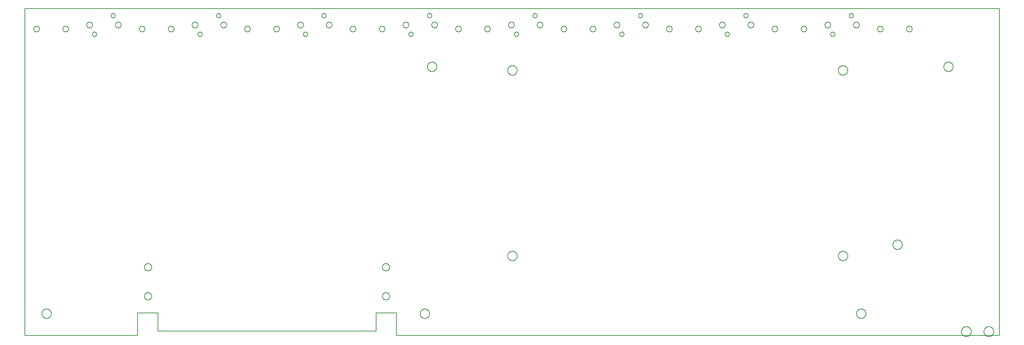
<source format=gbr>
G04 EAGLE Gerber RS-274X export*
G75*
%MOMM*%
%FSLAX34Y34*%
%LPD*%
%IN*%
%IPPOS*%
%AMOC8*
5,1,8,0,0,1.08239X$1,22.5*%
G01*
%ADD10C,0.254000*%


D10*
X0Y0D02*
X393700Y0D01*
X393700Y78740D01*
X464820Y78740D01*
X464820Y15240D01*
X1226820Y15240D01*
X1226820Y78740D01*
X1297940Y78740D01*
X1297940Y0D01*
X3403600Y0D01*
X3403600Y1143000D01*
X0Y1143000D01*
X0Y0D01*
X1248410Y239259D02*
X1248488Y240254D01*
X1248644Y241240D01*
X1248877Y242210D01*
X1249186Y243159D01*
X1249568Y244081D01*
X1250021Y244970D01*
X1250542Y245821D01*
X1251129Y246629D01*
X1251777Y247387D01*
X1252483Y248093D01*
X1253241Y248741D01*
X1254049Y249328D01*
X1254900Y249849D01*
X1255789Y250302D01*
X1256711Y250684D01*
X1257660Y250993D01*
X1258630Y251226D01*
X1259616Y251382D01*
X1260611Y251460D01*
X1261609Y251460D01*
X1262604Y251382D01*
X1263590Y251226D01*
X1264560Y250993D01*
X1265509Y250684D01*
X1266431Y250302D01*
X1267320Y249849D01*
X1268171Y249328D01*
X1268979Y248741D01*
X1269737Y248093D01*
X1270443Y247387D01*
X1271091Y246629D01*
X1271678Y245821D01*
X1272199Y244970D01*
X1272652Y244081D01*
X1273034Y243159D01*
X1273343Y242210D01*
X1273576Y241240D01*
X1273732Y240254D01*
X1273810Y239259D01*
X1273810Y238261D01*
X1273732Y237266D01*
X1273576Y236280D01*
X1273343Y235310D01*
X1273034Y234361D01*
X1272652Y233439D01*
X1272199Y232550D01*
X1271678Y231699D01*
X1271091Y230891D01*
X1270443Y230133D01*
X1269737Y229427D01*
X1268979Y228779D01*
X1268171Y228192D01*
X1267320Y227671D01*
X1266431Y227218D01*
X1265509Y226836D01*
X1264560Y226527D01*
X1263590Y226294D01*
X1262604Y226138D01*
X1261609Y226060D01*
X1260611Y226060D01*
X1259616Y226138D01*
X1258630Y226294D01*
X1257660Y226527D01*
X1256711Y226836D01*
X1255789Y227218D01*
X1254900Y227671D01*
X1254049Y228192D01*
X1253241Y228779D01*
X1252483Y229427D01*
X1251777Y230133D01*
X1251129Y230891D01*
X1250542Y231699D01*
X1250021Y232550D01*
X1249568Y233439D01*
X1249186Y234361D01*
X1248877Y235310D01*
X1248644Y236280D01*
X1248488Y237266D01*
X1248410Y238261D01*
X1248410Y239259D01*
X1248410Y137659D02*
X1248488Y138654D01*
X1248644Y139640D01*
X1248877Y140610D01*
X1249186Y141559D01*
X1249568Y142481D01*
X1250021Y143370D01*
X1250542Y144221D01*
X1251129Y145029D01*
X1251777Y145787D01*
X1252483Y146493D01*
X1253241Y147141D01*
X1254049Y147728D01*
X1254900Y148249D01*
X1255789Y148702D01*
X1256711Y149084D01*
X1257660Y149393D01*
X1258630Y149626D01*
X1259616Y149782D01*
X1260611Y149860D01*
X1261609Y149860D01*
X1262604Y149782D01*
X1263590Y149626D01*
X1264560Y149393D01*
X1265509Y149084D01*
X1266431Y148702D01*
X1267320Y148249D01*
X1268171Y147728D01*
X1268979Y147141D01*
X1269737Y146493D01*
X1270443Y145787D01*
X1271091Y145029D01*
X1271678Y144221D01*
X1272199Y143370D01*
X1272652Y142481D01*
X1273034Y141559D01*
X1273343Y140610D01*
X1273576Y139640D01*
X1273732Y138654D01*
X1273810Y137659D01*
X1273810Y136661D01*
X1273732Y135666D01*
X1273576Y134680D01*
X1273343Y133710D01*
X1273034Y132761D01*
X1272652Y131839D01*
X1272199Y130950D01*
X1271678Y130099D01*
X1271091Y129291D01*
X1270443Y128533D01*
X1269737Y127827D01*
X1268979Y127179D01*
X1268171Y126592D01*
X1267320Y126071D01*
X1266431Y125618D01*
X1265509Y125236D01*
X1264560Y124927D01*
X1263590Y124694D01*
X1262604Y124538D01*
X1261609Y124460D01*
X1260611Y124460D01*
X1259616Y124538D01*
X1258630Y124694D01*
X1257660Y124927D01*
X1256711Y125236D01*
X1255789Y125618D01*
X1254900Y126071D01*
X1254049Y126592D01*
X1253241Y127179D01*
X1252483Y127827D01*
X1251777Y128533D01*
X1251129Y129291D01*
X1250542Y130099D01*
X1250021Y130950D01*
X1249568Y131839D01*
X1249186Y132761D01*
X1248877Y133710D01*
X1248644Y134680D01*
X1248488Y135666D01*
X1248410Y136661D01*
X1248410Y137659D01*
X417830Y239259D02*
X417908Y240254D01*
X418064Y241240D01*
X418297Y242210D01*
X418606Y243159D01*
X418988Y244081D01*
X419441Y244970D01*
X419962Y245821D01*
X420549Y246629D01*
X421197Y247387D01*
X421903Y248093D01*
X422661Y248741D01*
X423469Y249328D01*
X424320Y249849D01*
X425209Y250302D01*
X426131Y250684D01*
X427080Y250993D01*
X428050Y251226D01*
X429036Y251382D01*
X430031Y251460D01*
X431029Y251460D01*
X432024Y251382D01*
X433010Y251226D01*
X433980Y250993D01*
X434929Y250684D01*
X435851Y250302D01*
X436740Y249849D01*
X437591Y249328D01*
X438399Y248741D01*
X439157Y248093D01*
X439863Y247387D01*
X440511Y246629D01*
X441098Y245821D01*
X441619Y244970D01*
X442072Y244081D01*
X442454Y243159D01*
X442763Y242210D01*
X442996Y241240D01*
X443152Y240254D01*
X443230Y239259D01*
X443230Y238261D01*
X443152Y237266D01*
X442996Y236280D01*
X442763Y235310D01*
X442454Y234361D01*
X442072Y233439D01*
X441619Y232550D01*
X441098Y231699D01*
X440511Y230891D01*
X439863Y230133D01*
X439157Y229427D01*
X438399Y228779D01*
X437591Y228192D01*
X436740Y227671D01*
X435851Y227218D01*
X434929Y226836D01*
X433980Y226527D01*
X433010Y226294D01*
X432024Y226138D01*
X431029Y226060D01*
X430031Y226060D01*
X429036Y226138D01*
X428050Y226294D01*
X427080Y226527D01*
X426131Y226836D01*
X425209Y227218D01*
X424320Y227671D01*
X423469Y228192D01*
X422661Y228779D01*
X421903Y229427D01*
X421197Y230133D01*
X420549Y230891D01*
X419962Y231699D01*
X419441Y232550D01*
X418988Y233439D01*
X418606Y234361D01*
X418297Y235310D01*
X418064Y236280D01*
X417908Y237266D01*
X417830Y238261D01*
X417830Y239259D01*
X417830Y137659D02*
X417908Y138654D01*
X418064Y139640D01*
X418297Y140610D01*
X418606Y141559D01*
X418988Y142481D01*
X419441Y143370D01*
X419962Y144221D01*
X420549Y145029D01*
X421197Y145787D01*
X421903Y146493D01*
X422661Y147141D01*
X423469Y147728D01*
X424320Y148249D01*
X425209Y148702D01*
X426131Y149084D01*
X427080Y149393D01*
X428050Y149626D01*
X429036Y149782D01*
X430031Y149860D01*
X431029Y149860D01*
X432024Y149782D01*
X433010Y149626D01*
X433980Y149393D01*
X434929Y149084D01*
X435851Y148702D01*
X436740Y148249D01*
X437591Y147728D01*
X438399Y147141D01*
X439157Y146493D01*
X439863Y145787D01*
X440511Y145029D01*
X441098Y144221D01*
X441619Y143370D01*
X442072Y142481D01*
X442454Y141559D01*
X442763Y140610D01*
X442996Y139640D01*
X443152Y138654D01*
X443230Y137659D01*
X443230Y136661D01*
X443152Y135666D01*
X442996Y134680D01*
X442763Y133710D01*
X442454Y132761D01*
X442072Y131839D01*
X441619Y130950D01*
X441098Y130099D01*
X440511Y129291D01*
X439863Y128533D01*
X439157Y127827D01*
X438399Y127179D01*
X437591Y126592D01*
X436740Y126071D01*
X435851Y125618D01*
X434929Y125236D01*
X433980Y124927D01*
X433010Y124694D01*
X432024Y124538D01*
X431029Y124460D01*
X430031Y124460D01*
X429036Y124538D01*
X428050Y124694D01*
X427080Y124927D01*
X426131Y125236D01*
X425209Y125618D01*
X424320Y126071D01*
X423469Y126592D01*
X422661Y127179D01*
X421903Y127827D01*
X421197Y128533D01*
X420549Y129291D01*
X419962Y130099D01*
X419441Y130950D01*
X418988Y131839D01*
X418606Y132761D01*
X418297Y133710D01*
X418064Y134680D01*
X417908Y135666D01*
X417830Y136661D01*
X417830Y137659D01*
X3305250Y13111D02*
X3305176Y11984D01*
X3305029Y10865D01*
X3304808Y9757D01*
X3304516Y8666D01*
X3304153Y7596D01*
X3303721Y6553D01*
X3303221Y5540D01*
X3302657Y4562D01*
X3302029Y3623D01*
X3301342Y2727D01*
X3300597Y1878D01*
X3299798Y1079D01*
X3298949Y334D01*
X3298053Y-353D01*
X3297114Y-981D01*
X3296136Y-1545D01*
X3295123Y-2045D01*
X3294080Y-2477D01*
X3293010Y-2840D01*
X3291919Y-3132D01*
X3290811Y-3353D01*
X3289692Y-3500D01*
X3288565Y-3574D01*
X3287435Y-3574D01*
X3286308Y-3500D01*
X3285189Y-3353D01*
X3284081Y-3132D01*
X3282990Y-2840D01*
X3281920Y-2477D01*
X3280877Y-2045D01*
X3279864Y-1545D01*
X3278886Y-981D01*
X3277947Y-353D01*
X3277051Y334D01*
X3276202Y1079D01*
X3275403Y1878D01*
X3274658Y2727D01*
X3273971Y3623D01*
X3273343Y4562D01*
X3272779Y5540D01*
X3272279Y6553D01*
X3271847Y7596D01*
X3271484Y8666D01*
X3271192Y9757D01*
X3270971Y10865D01*
X3270824Y11984D01*
X3270750Y13111D01*
X3270750Y14241D01*
X3270824Y15368D01*
X3270971Y16487D01*
X3271192Y17595D01*
X3271484Y18686D01*
X3271847Y19756D01*
X3272279Y20799D01*
X3272779Y21812D01*
X3273343Y22790D01*
X3273971Y23729D01*
X3274658Y24625D01*
X3275403Y25474D01*
X3276202Y26273D01*
X3277051Y27018D01*
X3277947Y27705D01*
X3278886Y28333D01*
X3279864Y28897D01*
X3280877Y29397D01*
X3281920Y29829D01*
X3282990Y30192D01*
X3284081Y30484D01*
X3285189Y30705D01*
X3286308Y30852D01*
X3287435Y30926D01*
X3288565Y30926D01*
X3289692Y30852D01*
X3290811Y30705D01*
X3291919Y30484D01*
X3293010Y30192D01*
X3294080Y29829D01*
X3295123Y29397D01*
X3296136Y28897D01*
X3297114Y28333D01*
X3298053Y27705D01*
X3298949Y27018D01*
X3299798Y26273D01*
X3300597Y25474D01*
X3301342Y24625D01*
X3302029Y23729D01*
X3302657Y22790D01*
X3303221Y21812D01*
X3303721Y20799D01*
X3304153Y19756D01*
X3304516Y18686D01*
X3304808Y17595D01*
X3305029Y16487D01*
X3305176Y15368D01*
X3305250Y14241D01*
X3305250Y13111D01*
X3384050Y13111D02*
X3383976Y11984D01*
X3383829Y10865D01*
X3383608Y9757D01*
X3383316Y8666D01*
X3382953Y7596D01*
X3382521Y6553D01*
X3382021Y5540D01*
X3381457Y4562D01*
X3380829Y3623D01*
X3380142Y2727D01*
X3379397Y1878D01*
X3378598Y1079D01*
X3377749Y334D01*
X3376853Y-353D01*
X3375914Y-981D01*
X3374936Y-1545D01*
X3373923Y-2045D01*
X3372880Y-2477D01*
X3371810Y-2840D01*
X3370719Y-3132D01*
X3369611Y-3353D01*
X3368492Y-3500D01*
X3367365Y-3574D01*
X3366235Y-3574D01*
X3365108Y-3500D01*
X3363989Y-3353D01*
X3362881Y-3132D01*
X3361790Y-2840D01*
X3360720Y-2477D01*
X3359677Y-2045D01*
X3358664Y-1545D01*
X3357686Y-981D01*
X3356747Y-353D01*
X3355851Y334D01*
X3355002Y1079D01*
X3354203Y1878D01*
X3353458Y2727D01*
X3352771Y3623D01*
X3352143Y4562D01*
X3351579Y5540D01*
X3351079Y6553D01*
X3350647Y7596D01*
X3350284Y8666D01*
X3349992Y9757D01*
X3349771Y10865D01*
X3349624Y11984D01*
X3349550Y13111D01*
X3349550Y14241D01*
X3349624Y15368D01*
X3349771Y16487D01*
X3349992Y17595D01*
X3350284Y18686D01*
X3350647Y19756D01*
X3351079Y20799D01*
X3351579Y21812D01*
X3352143Y22790D01*
X3352771Y23729D01*
X3353458Y24625D01*
X3354203Y25474D01*
X3355002Y26273D01*
X3355851Y27018D01*
X3356747Y27705D01*
X3357686Y28333D01*
X3358664Y28897D01*
X3359677Y29397D01*
X3360720Y29829D01*
X3361790Y30192D01*
X3362881Y30484D01*
X3363989Y30705D01*
X3365108Y30852D01*
X3366235Y30926D01*
X3367365Y30926D01*
X3368492Y30852D01*
X3369611Y30705D01*
X3370719Y30484D01*
X3371810Y30192D01*
X3372880Y29829D01*
X3373923Y29397D01*
X3374936Y28897D01*
X3375914Y28333D01*
X3376853Y27705D01*
X3377749Y27018D01*
X3378598Y26273D01*
X3379397Y25474D01*
X3380142Y24625D01*
X3380829Y23729D01*
X3381457Y22790D01*
X3382021Y21812D01*
X3382521Y20799D01*
X3382953Y19756D01*
X3383316Y18686D01*
X3383608Y17595D01*
X3383829Y16487D01*
X3383976Y15368D01*
X3384050Y14241D01*
X3384050Y13111D01*
X51148Y1071443D02*
X51072Y1070574D01*
X50920Y1069714D01*
X50694Y1068870D01*
X50396Y1068050D01*
X50027Y1067258D01*
X49590Y1066502D01*
X49089Y1065787D01*
X48528Y1065118D01*
X47910Y1064500D01*
X47241Y1063939D01*
X46526Y1063438D01*
X45770Y1063001D01*
X44978Y1062632D01*
X44158Y1062334D01*
X43314Y1062108D01*
X42455Y1061956D01*
X41585Y1061880D01*
X40711Y1061880D01*
X39842Y1061956D01*
X38982Y1062108D01*
X38138Y1062334D01*
X37318Y1062632D01*
X36526Y1063001D01*
X35770Y1063438D01*
X35055Y1063939D01*
X34386Y1064500D01*
X33768Y1065118D01*
X33207Y1065787D01*
X32706Y1066502D01*
X32269Y1067258D01*
X31900Y1068050D01*
X31602Y1068870D01*
X31376Y1069714D01*
X31224Y1070574D01*
X31148Y1071443D01*
X31148Y1072317D01*
X31224Y1073187D01*
X31376Y1074046D01*
X31602Y1074890D01*
X31900Y1075710D01*
X32269Y1076502D01*
X32706Y1077258D01*
X33207Y1077973D01*
X33768Y1078642D01*
X34386Y1079260D01*
X35055Y1079821D01*
X35770Y1080322D01*
X36526Y1080759D01*
X37318Y1081128D01*
X38138Y1081426D01*
X38982Y1081652D01*
X39842Y1081804D01*
X40711Y1081880D01*
X41585Y1081880D01*
X42455Y1081804D01*
X43314Y1081652D01*
X44158Y1081426D01*
X44978Y1081128D01*
X45770Y1080759D01*
X46526Y1080322D01*
X47241Y1079821D01*
X47910Y1079260D01*
X48528Y1078642D01*
X49089Y1077973D01*
X49590Y1077258D01*
X50027Y1076502D01*
X50396Y1075710D01*
X50694Y1074890D01*
X50920Y1074046D01*
X51072Y1073187D01*
X51148Y1072317D01*
X51148Y1071443D01*
X152748Y1071443D02*
X152672Y1070574D01*
X152520Y1069714D01*
X152294Y1068870D01*
X151996Y1068050D01*
X151627Y1067258D01*
X151190Y1066502D01*
X150689Y1065787D01*
X150128Y1065118D01*
X149510Y1064500D01*
X148841Y1063939D01*
X148126Y1063438D01*
X147370Y1063001D01*
X146578Y1062632D01*
X145758Y1062334D01*
X144914Y1062108D01*
X144055Y1061956D01*
X143185Y1061880D01*
X142311Y1061880D01*
X141442Y1061956D01*
X140582Y1062108D01*
X139738Y1062334D01*
X138918Y1062632D01*
X138126Y1063001D01*
X137370Y1063438D01*
X136655Y1063939D01*
X135986Y1064500D01*
X135368Y1065118D01*
X134807Y1065787D01*
X134306Y1066502D01*
X133869Y1067258D01*
X133500Y1068050D01*
X133202Y1068870D01*
X132976Y1069714D01*
X132824Y1070574D01*
X132748Y1071443D01*
X132748Y1072317D01*
X132824Y1073187D01*
X132976Y1074046D01*
X133202Y1074890D01*
X133500Y1075710D01*
X133869Y1076502D01*
X134306Y1077258D01*
X134807Y1077973D01*
X135368Y1078642D01*
X135986Y1079260D01*
X136655Y1079821D01*
X137370Y1080322D01*
X138126Y1080759D01*
X138918Y1081128D01*
X139738Y1081426D01*
X140582Y1081652D01*
X141442Y1081804D01*
X142311Y1081880D01*
X143185Y1081880D01*
X144055Y1081804D01*
X144914Y1081652D01*
X145758Y1081426D01*
X146578Y1081128D01*
X147370Y1080759D01*
X148126Y1080322D01*
X148841Y1079821D01*
X149510Y1079260D01*
X150128Y1078642D01*
X150689Y1077973D01*
X151190Y1077258D01*
X151627Y1076502D01*
X151996Y1075710D01*
X152294Y1074890D01*
X152520Y1074046D01*
X152672Y1073187D01*
X152748Y1072317D01*
X152748Y1071443D01*
X300990Y1118736D02*
X301063Y1119481D01*
X301209Y1120216D01*
X301427Y1120932D01*
X301713Y1121624D01*
X302066Y1122284D01*
X302482Y1122907D01*
X302957Y1123485D01*
X303487Y1124015D01*
X304065Y1124490D01*
X304688Y1124906D01*
X305348Y1125259D01*
X306040Y1125545D01*
X306756Y1125763D01*
X307491Y1125909D01*
X308236Y1125982D01*
X308984Y1125982D01*
X309729Y1125909D01*
X310464Y1125763D01*
X311180Y1125545D01*
X311872Y1125259D01*
X312532Y1124906D01*
X313155Y1124490D01*
X313733Y1124015D01*
X314263Y1123485D01*
X314738Y1122907D01*
X315154Y1122284D01*
X315507Y1121624D01*
X315793Y1120932D01*
X316011Y1120216D01*
X316157Y1119481D01*
X316230Y1118736D01*
X316230Y1117988D01*
X316157Y1117243D01*
X316011Y1116508D01*
X315793Y1115792D01*
X315507Y1115100D01*
X315154Y1114440D01*
X314738Y1113817D01*
X314263Y1113239D01*
X313733Y1112709D01*
X313155Y1112234D01*
X312532Y1111818D01*
X311872Y1111465D01*
X311180Y1111179D01*
X310464Y1110961D01*
X309729Y1110815D01*
X308984Y1110742D01*
X308236Y1110742D01*
X307491Y1110815D01*
X306756Y1110961D01*
X306040Y1111179D01*
X305348Y1111465D01*
X304688Y1111818D01*
X304065Y1112234D01*
X303487Y1112709D01*
X302957Y1113239D01*
X302482Y1113817D01*
X302066Y1114440D01*
X301713Y1115100D01*
X301427Y1115792D01*
X301209Y1116508D01*
X301063Y1117243D01*
X300990Y1117988D01*
X300990Y1118736D01*
X215900Y1086294D02*
X215977Y1087177D01*
X216131Y1088051D01*
X216361Y1088908D01*
X216664Y1089742D01*
X217039Y1090546D01*
X217483Y1091314D01*
X217992Y1092041D01*
X218562Y1092721D01*
X219189Y1093348D01*
X219869Y1093918D01*
X220596Y1094427D01*
X221364Y1094871D01*
X222168Y1095246D01*
X223002Y1095549D01*
X223859Y1095779D01*
X224733Y1095933D01*
X225616Y1096010D01*
X226504Y1096010D01*
X227387Y1095933D01*
X228261Y1095779D01*
X229118Y1095549D01*
X229952Y1095246D01*
X230756Y1094871D01*
X231524Y1094427D01*
X232251Y1093918D01*
X232931Y1093348D01*
X233558Y1092721D01*
X234128Y1092041D01*
X234637Y1091314D01*
X235081Y1090546D01*
X235456Y1089742D01*
X235759Y1088908D01*
X235989Y1088051D01*
X236143Y1087177D01*
X236220Y1086294D01*
X236220Y1085406D01*
X236143Y1084523D01*
X235989Y1083649D01*
X235759Y1082792D01*
X235456Y1081958D01*
X235081Y1081154D01*
X234637Y1080386D01*
X234128Y1079659D01*
X233558Y1078979D01*
X232931Y1078352D01*
X232251Y1077782D01*
X231524Y1077273D01*
X230756Y1076829D01*
X229952Y1076454D01*
X229118Y1076151D01*
X228261Y1075921D01*
X227387Y1075767D01*
X226504Y1075690D01*
X225616Y1075690D01*
X224733Y1075767D01*
X223859Y1075921D01*
X223002Y1076151D01*
X222168Y1076454D01*
X221364Y1076829D01*
X220596Y1077273D01*
X219869Y1077782D01*
X219189Y1078352D01*
X218562Y1078979D01*
X217992Y1079659D01*
X217483Y1080386D01*
X217039Y1081154D01*
X216664Y1081958D01*
X216361Y1082792D01*
X216131Y1083649D01*
X215977Y1084523D01*
X215900Y1085406D01*
X215900Y1086294D01*
X315976Y1086294D02*
X316053Y1087177D01*
X316207Y1088051D01*
X316437Y1088908D01*
X316740Y1089742D01*
X317115Y1090546D01*
X317559Y1091314D01*
X318068Y1092041D01*
X318638Y1092721D01*
X319265Y1093348D01*
X319945Y1093918D01*
X320672Y1094427D01*
X321440Y1094871D01*
X322244Y1095246D01*
X323078Y1095549D01*
X323935Y1095779D01*
X324809Y1095933D01*
X325692Y1096010D01*
X326580Y1096010D01*
X327463Y1095933D01*
X328337Y1095779D01*
X329194Y1095549D01*
X330028Y1095246D01*
X330832Y1094871D01*
X331600Y1094427D01*
X332327Y1093918D01*
X333007Y1093348D01*
X333634Y1092721D01*
X334204Y1092041D01*
X334713Y1091314D01*
X335157Y1090546D01*
X335532Y1089742D01*
X335835Y1088908D01*
X336065Y1088051D01*
X336219Y1087177D01*
X336296Y1086294D01*
X336296Y1085406D01*
X336219Y1084523D01*
X336065Y1083649D01*
X335835Y1082792D01*
X335532Y1081958D01*
X335157Y1081154D01*
X334713Y1080386D01*
X334204Y1079659D01*
X333634Y1078979D01*
X333007Y1078352D01*
X332327Y1077782D01*
X331600Y1077273D01*
X330832Y1076829D01*
X330028Y1076454D01*
X329194Y1076151D01*
X328337Y1075921D01*
X327463Y1075767D01*
X326580Y1075690D01*
X325692Y1075690D01*
X324809Y1075767D01*
X323935Y1075921D01*
X323078Y1076151D01*
X322244Y1076454D01*
X321440Y1076829D01*
X320672Y1077273D01*
X319945Y1077782D01*
X319265Y1078352D01*
X318638Y1078979D01*
X318068Y1079659D01*
X317559Y1080386D01*
X317115Y1081154D01*
X316740Y1081958D01*
X316437Y1082792D01*
X316207Y1083649D01*
X316053Y1084523D01*
X315976Y1085406D01*
X315976Y1086294D01*
X235966Y1053712D02*
X236039Y1054457D01*
X236185Y1055192D01*
X236403Y1055908D01*
X236689Y1056600D01*
X237042Y1057260D01*
X237458Y1057883D01*
X237933Y1058461D01*
X238463Y1058991D01*
X239041Y1059466D01*
X239664Y1059882D01*
X240324Y1060235D01*
X241016Y1060521D01*
X241732Y1060739D01*
X242467Y1060885D01*
X243212Y1060958D01*
X243960Y1060958D01*
X244705Y1060885D01*
X245440Y1060739D01*
X246156Y1060521D01*
X246848Y1060235D01*
X247508Y1059882D01*
X248131Y1059466D01*
X248709Y1058991D01*
X249239Y1058461D01*
X249714Y1057883D01*
X250130Y1057260D01*
X250483Y1056600D01*
X250769Y1055908D01*
X250987Y1055192D01*
X251133Y1054457D01*
X251206Y1053712D01*
X251206Y1052964D01*
X251133Y1052219D01*
X250987Y1051484D01*
X250769Y1050768D01*
X250483Y1050076D01*
X250130Y1049416D01*
X249714Y1048793D01*
X249239Y1048215D01*
X248709Y1047685D01*
X248131Y1047210D01*
X247508Y1046794D01*
X246848Y1046441D01*
X246156Y1046155D01*
X245440Y1045937D01*
X244705Y1045791D01*
X243960Y1045718D01*
X243212Y1045718D01*
X242467Y1045791D01*
X241732Y1045937D01*
X241016Y1046155D01*
X240324Y1046441D01*
X239664Y1046794D01*
X239041Y1047210D01*
X238463Y1047685D01*
X237933Y1048215D01*
X237458Y1048793D01*
X237042Y1049416D01*
X236689Y1050076D01*
X236403Y1050768D01*
X236185Y1051484D01*
X236039Y1052219D01*
X235966Y1052964D01*
X235966Y1053712D01*
X419448Y1071443D02*
X419372Y1070574D01*
X419220Y1069714D01*
X418994Y1068870D01*
X418696Y1068050D01*
X418327Y1067258D01*
X417890Y1066502D01*
X417389Y1065787D01*
X416828Y1065118D01*
X416210Y1064500D01*
X415541Y1063939D01*
X414826Y1063438D01*
X414070Y1063001D01*
X413278Y1062632D01*
X412458Y1062334D01*
X411614Y1062108D01*
X410755Y1061956D01*
X409885Y1061880D01*
X409011Y1061880D01*
X408142Y1061956D01*
X407282Y1062108D01*
X406438Y1062334D01*
X405618Y1062632D01*
X404826Y1063001D01*
X404070Y1063438D01*
X403355Y1063939D01*
X402686Y1064500D01*
X402068Y1065118D01*
X401507Y1065787D01*
X401006Y1066502D01*
X400569Y1067258D01*
X400200Y1068050D01*
X399902Y1068870D01*
X399676Y1069714D01*
X399524Y1070574D01*
X399448Y1071443D01*
X399448Y1072317D01*
X399524Y1073187D01*
X399676Y1074046D01*
X399902Y1074890D01*
X400200Y1075710D01*
X400569Y1076502D01*
X401006Y1077258D01*
X401507Y1077973D01*
X402068Y1078642D01*
X402686Y1079260D01*
X403355Y1079821D01*
X404070Y1080322D01*
X404826Y1080759D01*
X405618Y1081128D01*
X406438Y1081426D01*
X407282Y1081652D01*
X408142Y1081804D01*
X409011Y1081880D01*
X409885Y1081880D01*
X410755Y1081804D01*
X411614Y1081652D01*
X412458Y1081426D01*
X413278Y1081128D01*
X414070Y1080759D01*
X414826Y1080322D01*
X415541Y1079821D01*
X416210Y1079260D01*
X416828Y1078642D01*
X417389Y1077973D01*
X417890Y1077258D01*
X418327Y1076502D01*
X418696Y1075710D01*
X418994Y1074890D01*
X419220Y1074046D01*
X419372Y1073187D01*
X419448Y1072317D01*
X419448Y1071443D01*
X521048Y1071443D02*
X520972Y1070574D01*
X520820Y1069714D01*
X520594Y1068870D01*
X520296Y1068050D01*
X519927Y1067258D01*
X519490Y1066502D01*
X518989Y1065787D01*
X518428Y1065118D01*
X517810Y1064500D01*
X517141Y1063939D01*
X516426Y1063438D01*
X515670Y1063001D01*
X514878Y1062632D01*
X514058Y1062334D01*
X513214Y1062108D01*
X512355Y1061956D01*
X511485Y1061880D01*
X510611Y1061880D01*
X509742Y1061956D01*
X508882Y1062108D01*
X508038Y1062334D01*
X507218Y1062632D01*
X506426Y1063001D01*
X505670Y1063438D01*
X504955Y1063939D01*
X504286Y1064500D01*
X503668Y1065118D01*
X503107Y1065787D01*
X502606Y1066502D01*
X502169Y1067258D01*
X501800Y1068050D01*
X501502Y1068870D01*
X501276Y1069714D01*
X501124Y1070574D01*
X501048Y1071443D01*
X501048Y1072317D01*
X501124Y1073187D01*
X501276Y1074046D01*
X501502Y1074890D01*
X501800Y1075710D01*
X502169Y1076502D01*
X502606Y1077258D01*
X503107Y1077973D01*
X503668Y1078642D01*
X504286Y1079260D01*
X504955Y1079821D01*
X505670Y1080322D01*
X506426Y1080759D01*
X507218Y1081128D01*
X508038Y1081426D01*
X508882Y1081652D01*
X509742Y1081804D01*
X510611Y1081880D01*
X511485Y1081880D01*
X512355Y1081804D01*
X513214Y1081652D01*
X514058Y1081426D01*
X514878Y1081128D01*
X515670Y1080759D01*
X516426Y1080322D01*
X517141Y1079821D01*
X517810Y1079260D01*
X518428Y1078642D01*
X518989Y1077973D01*
X519490Y1077258D01*
X519927Y1076502D01*
X520296Y1075710D01*
X520594Y1074890D01*
X520820Y1074046D01*
X520972Y1073187D01*
X521048Y1072317D01*
X521048Y1071443D01*
X669290Y1118736D02*
X669363Y1119481D01*
X669509Y1120216D01*
X669727Y1120932D01*
X670013Y1121624D01*
X670366Y1122284D01*
X670782Y1122907D01*
X671257Y1123485D01*
X671787Y1124015D01*
X672365Y1124490D01*
X672988Y1124906D01*
X673648Y1125259D01*
X674340Y1125545D01*
X675056Y1125763D01*
X675791Y1125909D01*
X676536Y1125982D01*
X677284Y1125982D01*
X678029Y1125909D01*
X678764Y1125763D01*
X679480Y1125545D01*
X680172Y1125259D01*
X680832Y1124906D01*
X681455Y1124490D01*
X682033Y1124015D01*
X682563Y1123485D01*
X683038Y1122907D01*
X683454Y1122284D01*
X683807Y1121624D01*
X684093Y1120932D01*
X684311Y1120216D01*
X684457Y1119481D01*
X684530Y1118736D01*
X684530Y1117988D01*
X684457Y1117243D01*
X684311Y1116508D01*
X684093Y1115792D01*
X683807Y1115100D01*
X683454Y1114440D01*
X683038Y1113817D01*
X682563Y1113239D01*
X682033Y1112709D01*
X681455Y1112234D01*
X680832Y1111818D01*
X680172Y1111465D01*
X679480Y1111179D01*
X678764Y1110961D01*
X678029Y1110815D01*
X677284Y1110742D01*
X676536Y1110742D01*
X675791Y1110815D01*
X675056Y1110961D01*
X674340Y1111179D01*
X673648Y1111465D01*
X672988Y1111818D01*
X672365Y1112234D01*
X671787Y1112709D01*
X671257Y1113239D01*
X670782Y1113817D01*
X670366Y1114440D01*
X670013Y1115100D01*
X669727Y1115792D01*
X669509Y1116508D01*
X669363Y1117243D01*
X669290Y1117988D01*
X669290Y1118736D01*
X584200Y1086294D02*
X584277Y1087177D01*
X584431Y1088051D01*
X584661Y1088908D01*
X584964Y1089742D01*
X585339Y1090546D01*
X585783Y1091314D01*
X586292Y1092041D01*
X586862Y1092721D01*
X587489Y1093348D01*
X588169Y1093918D01*
X588896Y1094427D01*
X589664Y1094871D01*
X590468Y1095246D01*
X591302Y1095549D01*
X592159Y1095779D01*
X593033Y1095933D01*
X593916Y1096010D01*
X594804Y1096010D01*
X595687Y1095933D01*
X596561Y1095779D01*
X597418Y1095549D01*
X598252Y1095246D01*
X599056Y1094871D01*
X599824Y1094427D01*
X600551Y1093918D01*
X601231Y1093348D01*
X601858Y1092721D01*
X602428Y1092041D01*
X602937Y1091314D01*
X603381Y1090546D01*
X603756Y1089742D01*
X604059Y1088908D01*
X604289Y1088051D01*
X604443Y1087177D01*
X604520Y1086294D01*
X604520Y1085406D01*
X604443Y1084523D01*
X604289Y1083649D01*
X604059Y1082792D01*
X603756Y1081958D01*
X603381Y1081154D01*
X602937Y1080386D01*
X602428Y1079659D01*
X601858Y1078979D01*
X601231Y1078352D01*
X600551Y1077782D01*
X599824Y1077273D01*
X599056Y1076829D01*
X598252Y1076454D01*
X597418Y1076151D01*
X596561Y1075921D01*
X595687Y1075767D01*
X594804Y1075690D01*
X593916Y1075690D01*
X593033Y1075767D01*
X592159Y1075921D01*
X591302Y1076151D01*
X590468Y1076454D01*
X589664Y1076829D01*
X588896Y1077273D01*
X588169Y1077782D01*
X587489Y1078352D01*
X586862Y1078979D01*
X586292Y1079659D01*
X585783Y1080386D01*
X585339Y1081154D01*
X584964Y1081958D01*
X584661Y1082792D01*
X584431Y1083649D01*
X584277Y1084523D01*
X584200Y1085406D01*
X584200Y1086294D01*
X684276Y1086294D02*
X684353Y1087177D01*
X684507Y1088051D01*
X684737Y1088908D01*
X685040Y1089742D01*
X685415Y1090546D01*
X685859Y1091314D01*
X686368Y1092041D01*
X686938Y1092721D01*
X687565Y1093348D01*
X688245Y1093918D01*
X688972Y1094427D01*
X689740Y1094871D01*
X690544Y1095246D01*
X691378Y1095549D01*
X692235Y1095779D01*
X693109Y1095933D01*
X693992Y1096010D01*
X694880Y1096010D01*
X695763Y1095933D01*
X696637Y1095779D01*
X697494Y1095549D01*
X698328Y1095246D01*
X699132Y1094871D01*
X699900Y1094427D01*
X700627Y1093918D01*
X701307Y1093348D01*
X701934Y1092721D01*
X702504Y1092041D01*
X703013Y1091314D01*
X703457Y1090546D01*
X703832Y1089742D01*
X704135Y1088908D01*
X704365Y1088051D01*
X704519Y1087177D01*
X704596Y1086294D01*
X704596Y1085406D01*
X704519Y1084523D01*
X704365Y1083649D01*
X704135Y1082792D01*
X703832Y1081958D01*
X703457Y1081154D01*
X703013Y1080386D01*
X702504Y1079659D01*
X701934Y1078979D01*
X701307Y1078352D01*
X700627Y1077782D01*
X699900Y1077273D01*
X699132Y1076829D01*
X698328Y1076454D01*
X697494Y1076151D01*
X696637Y1075921D01*
X695763Y1075767D01*
X694880Y1075690D01*
X693992Y1075690D01*
X693109Y1075767D01*
X692235Y1075921D01*
X691378Y1076151D01*
X690544Y1076454D01*
X689740Y1076829D01*
X688972Y1077273D01*
X688245Y1077782D01*
X687565Y1078352D01*
X686938Y1078979D01*
X686368Y1079659D01*
X685859Y1080386D01*
X685415Y1081154D01*
X685040Y1081958D01*
X684737Y1082792D01*
X684507Y1083649D01*
X684353Y1084523D01*
X684276Y1085406D01*
X684276Y1086294D01*
X604266Y1053712D02*
X604339Y1054457D01*
X604485Y1055192D01*
X604703Y1055908D01*
X604989Y1056600D01*
X605342Y1057260D01*
X605758Y1057883D01*
X606233Y1058461D01*
X606763Y1058991D01*
X607341Y1059466D01*
X607964Y1059882D01*
X608624Y1060235D01*
X609316Y1060521D01*
X610032Y1060739D01*
X610767Y1060885D01*
X611512Y1060958D01*
X612260Y1060958D01*
X613005Y1060885D01*
X613740Y1060739D01*
X614456Y1060521D01*
X615148Y1060235D01*
X615808Y1059882D01*
X616431Y1059466D01*
X617009Y1058991D01*
X617539Y1058461D01*
X618014Y1057883D01*
X618430Y1057260D01*
X618783Y1056600D01*
X619069Y1055908D01*
X619287Y1055192D01*
X619433Y1054457D01*
X619506Y1053712D01*
X619506Y1052964D01*
X619433Y1052219D01*
X619287Y1051484D01*
X619069Y1050768D01*
X618783Y1050076D01*
X618430Y1049416D01*
X618014Y1048793D01*
X617539Y1048215D01*
X617009Y1047685D01*
X616431Y1047210D01*
X615808Y1046794D01*
X615148Y1046441D01*
X614456Y1046155D01*
X613740Y1045937D01*
X613005Y1045791D01*
X612260Y1045718D01*
X611512Y1045718D01*
X610767Y1045791D01*
X610032Y1045937D01*
X609316Y1046155D01*
X608624Y1046441D01*
X607964Y1046794D01*
X607341Y1047210D01*
X606763Y1047685D01*
X606233Y1048215D01*
X605758Y1048793D01*
X605342Y1049416D01*
X604989Y1050076D01*
X604703Y1050768D01*
X604485Y1051484D01*
X604339Y1052219D01*
X604266Y1052964D01*
X604266Y1053712D01*
X2997548Y1071443D02*
X2997472Y1070574D01*
X2997320Y1069714D01*
X2997094Y1068870D01*
X2996796Y1068050D01*
X2996427Y1067258D01*
X2995990Y1066502D01*
X2995489Y1065787D01*
X2994928Y1065118D01*
X2994310Y1064500D01*
X2993641Y1063939D01*
X2992926Y1063438D01*
X2992170Y1063001D01*
X2991378Y1062632D01*
X2990558Y1062334D01*
X2989714Y1062108D01*
X2988855Y1061956D01*
X2987985Y1061880D01*
X2987111Y1061880D01*
X2986242Y1061956D01*
X2985382Y1062108D01*
X2984538Y1062334D01*
X2983718Y1062632D01*
X2982926Y1063001D01*
X2982170Y1063438D01*
X2981455Y1063939D01*
X2980786Y1064500D01*
X2980168Y1065118D01*
X2979607Y1065787D01*
X2979106Y1066502D01*
X2978669Y1067258D01*
X2978300Y1068050D01*
X2978002Y1068870D01*
X2977776Y1069714D01*
X2977624Y1070574D01*
X2977548Y1071443D01*
X2977548Y1072317D01*
X2977624Y1073187D01*
X2977776Y1074046D01*
X2978002Y1074890D01*
X2978300Y1075710D01*
X2978669Y1076502D01*
X2979106Y1077258D01*
X2979607Y1077973D01*
X2980168Y1078642D01*
X2980786Y1079260D01*
X2981455Y1079821D01*
X2982170Y1080322D01*
X2982926Y1080759D01*
X2983718Y1081128D01*
X2984538Y1081426D01*
X2985382Y1081652D01*
X2986242Y1081804D01*
X2987111Y1081880D01*
X2987985Y1081880D01*
X2988855Y1081804D01*
X2989714Y1081652D01*
X2990558Y1081426D01*
X2991378Y1081128D01*
X2992170Y1080759D01*
X2992926Y1080322D01*
X2993641Y1079821D01*
X2994310Y1079260D01*
X2994928Y1078642D01*
X2995489Y1077973D01*
X2995990Y1077258D01*
X2996427Y1076502D01*
X2996796Y1075710D01*
X2997094Y1074890D01*
X2997320Y1074046D01*
X2997472Y1073187D01*
X2997548Y1072317D01*
X2997548Y1071443D01*
X3099148Y1071443D02*
X3099072Y1070574D01*
X3098920Y1069714D01*
X3098694Y1068870D01*
X3098396Y1068050D01*
X3098027Y1067258D01*
X3097590Y1066502D01*
X3097089Y1065787D01*
X3096528Y1065118D01*
X3095910Y1064500D01*
X3095241Y1063939D01*
X3094526Y1063438D01*
X3093770Y1063001D01*
X3092978Y1062632D01*
X3092158Y1062334D01*
X3091314Y1062108D01*
X3090455Y1061956D01*
X3089585Y1061880D01*
X3088711Y1061880D01*
X3087842Y1061956D01*
X3086982Y1062108D01*
X3086138Y1062334D01*
X3085318Y1062632D01*
X3084526Y1063001D01*
X3083770Y1063438D01*
X3083055Y1063939D01*
X3082386Y1064500D01*
X3081768Y1065118D01*
X3081207Y1065787D01*
X3080706Y1066502D01*
X3080269Y1067258D01*
X3079900Y1068050D01*
X3079602Y1068870D01*
X3079376Y1069714D01*
X3079224Y1070574D01*
X3079148Y1071443D01*
X3079148Y1072317D01*
X3079224Y1073187D01*
X3079376Y1074046D01*
X3079602Y1074890D01*
X3079900Y1075710D01*
X3080269Y1076502D01*
X3080706Y1077258D01*
X3081207Y1077973D01*
X3081768Y1078642D01*
X3082386Y1079260D01*
X3083055Y1079821D01*
X3083770Y1080322D01*
X3084526Y1080759D01*
X3085318Y1081128D01*
X3086138Y1081426D01*
X3086982Y1081652D01*
X3087842Y1081804D01*
X3088711Y1081880D01*
X3089585Y1081880D01*
X3090455Y1081804D01*
X3091314Y1081652D01*
X3092158Y1081426D01*
X3092978Y1081128D01*
X3093770Y1080759D01*
X3094526Y1080322D01*
X3095241Y1079821D01*
X3095910Y1079260D01*
X3096528Y1078642D01*
X3097089Y1077973D01*
X3097590Y1077258D01*
X3098027Y1076502D01*
X3098396Y1075710D01*
X3098694Y1074890D01*
X3098920Y1074046D01*
X3099072Y1073187D01*
X3099148Y1072317D01*
X3099148Y1071443D01*
X2874010Y926560D02*
X2873939Y925481D01*
X2873798Y924409D01*
X2873587Y923349D01*
X2873308Y922305D01*
X2872960Y921281D01*
X2872546Y920283D01*
X2872068Y919313D01*
X2871528Y918377D01*
X2870927Y917478D01*
X2870269Y916621D01*
X2869557Y915808D01*
X2868792Y915044D01*
X2867979Y914331D01*
X2867122Y913673D01*
X2866223Y913072D01*
X2865287Y912532D01*
X2864317Y912054D01*
X2863319Y911640D01*
X2862295Y911292D01*
X2861251Y911013D01*
X2860191Y910802D01*
X2859119Y910661D01*
X2858040Y910590D01*
X2856960Y910590D01*
X2855881Y910661D01*
X2854809Y910802D01*
X2853749Y911013D01*
X2852705Y911292D01*
X2851681Y911640D01*
X2850683Y912054D01*
X2849713Y912532D01*
X2848777Y913072D01*
X2847878Y913673D01*
X2847021Y914331D01*
X2846208Y915044D01*
X2845444Y915808D01*
X2844731Y916621D01*
X2844073Y917478D01*
X2843472Y918377D01*
X2842932Y919313D01*
X2842454Y920283D01*
X2842040Y921281D01*
X2841692Y922305D01*
X2841413Y923349D01*
X2841202Y924409D01*
X2841061Y925481D01*
X2840990Y926560D01*
X2840990Y927640D01*
X2841061Y928719D01*
X2841202Y929791D01*
X2841413Y930851D01*
X2841692Y931895D01*
X2842040Y932919D01*
X2842454Y933917D01*
X2842932Y934887D01*
X2843472Y935823D01*
X2844073Y936722D01*
X2844731Y937579D01*
X2845444Y938392D01*
X2846208Y939157D01*
X2847021Y939869D01*
X2847878Y940527D01*
X2848777Y941128D01*
X2849713Y941668D01*
X2850683Y942146D01*
X2851681Y942560D01*
X2852705Y942908D01*
X2853749Y943187D01*
X2854809Y943398D01*
X2855881Y943539D01*
X2856960Y943610D01*
X2858040Y943610D01*
X2859119Y943539D01*
X2860191Y943398D01*
X2861251Y943187D01*
X2862295Y942908D01*
X2863319Y942560D01*
X2864317Y942146D01*
X2865287Y941668D01*
X2866223Y941128D01*
X2867122Y940527D01*
X2867979Y939869D01*
X2868792Y939157D01*
X2869557Y938392D01*
X2870269Y937579D01*
X2870927Y936722D01*
X2871528Y935823D01*
X2872068Y934887D01*
X2872546Y933917D01*
X2872960Y932919D01*
X2873308Y931895D01*
X2873587Y930851D01*
X2873798Y929791D01*
X2873939Y928719D01*
X2874010Y927640D01*
X2874010Y926560D01*
X1719326Y926560D02*
X1719255Y925481D01*
X1719114Y924409D01*
X1718903Y923349D01*
X1718624Y922305D01*
X1718276Y921281D01*
X1717862Y920283D01*
X1717384Y919313D01*
X1716844Y918377D01*
X1716243Y917478D01*
X1715585Y916621D01*
X1714873Y915808D01*
X1714108Y915044D01*
X1713295Y914331D01*
X1712438Y913673D01*
X1711539Y913072D01*
X1710603Y912532D01*
X1709633Y912054D01*
X1708635Y911640D01*
X1707611Y911292D01*
X1706567Y911013D01*
X1705507Y910802D01*
X1704435Y910661D01*
X1703356Y910590D01*
X1702276Y910590D01*
X1701197Y910661D01*
X1700125Y910802D01*
X1699065Y911013D01*
X1698021Y911292D01*
X1696997Y911640D01*
X1695999Y912054D01*
X1695029Y912532D01*
X1694093Y913072D01*
X1693194Y913673D01*
X1692337Y914331D01*
X1691524Y915044D01*
X1690760Y915808D01*
X1690047Y916621D01*
X1689389Y917478D01*
X1688788Y918377D01*
X1688248Y919313D01*
X1687770Y920283D01*
X1687356Y921281D01*
X1687008Y922305D01*
X1686729Y923349D01*
X1686518Y924409D01*
X1686377Y925481D01*
X1686306Y926560D01*
X1686306Y927640D01*
X1686377Y928719D01*
X1686518Y929791D01*
X1686729Y930851D01*
X1687008Y931895D01*
X1687356Y932919D01*
X1687770Y933917D01*
X1688248Y934887D01*
X1688788Y935823D01*
X1689389Y936722D01*
X1690047Y937579D01*
X1690760Y938392D01*
X1691524Y939157D01*
X1692337Y939869D01*
X1693194Y940527D01*
X1694093Y941128D01*
X1695029Y941668D01*
X1695999Y942146D01*
X1696997Y942560D01*
X1698021Y942908D01*
X1699065Y943187D01*
X1700125Y943398D01*
X1701197Y943539D01*
X1702276Y943610D01*
X1703356Y943610D01*
X1704435Y943539D01*
X1705507Y943398D01*
X1706567Y943187D01*
X1707611Y942908D01*
X1708635Y942560D01*
X1709633Y942146D01*
X1710603Y941668D01*
X1711539Y941128D01*
X1712438Y940527D01*
X1713295Y939869D01*
X1714108Y939157D01*
X1714873Y938392D01*
X1715585Y937579D01*
X1716243Y936722D01*
X1716844Y935823D01*
X1717384Y934887D01*
X1717862Y933917D01*
X1718276Y932919D01*
X1718624Y931895D01*
X1718903Y930851D01*
X1719114Y929791D01*
X1719255Y928719D01*
X1719326Y927640D01*
X1719326Y926560D01*
X1719326Y277590D02*
X1719255Y276511D01*
X1719114Y275439D01*
X1718903Y274379D01*
X1718624Y273335D01*
X1718276Y272311D01*
X1717862Y271313D01*
X1717384Y270343D01*
X1716844Y269407D01*
X1716243Y268508D01*
X1715585Y267651D01*
X1714873Y266838D01*
X1714108Y266074D01*
X1713295Y265361D01*
X1712438Y264703D01*
X1711539Y264102D01*
X1710603Y263562D01*
X1709633Y263084D01*
X1708635Y262670D01*
X1707611Y262322D01*
X1706567Y262043D01*
X1705507Y261832D01*
X1704435Y261691D01*
X1703356Y261620D01*
X1702276Y261620D01*
X1701197Y261691D01*
X1700125Y261832D01*
X1699065Y262043D01*
X1698021Y262322D01*
X1696997Y262670D01*
X1695999Y263084D01*
X1695029Y263562D01*
X1694093Y264102D01*
X1693194Y264703D01*
X1692337Y265361D01*
X1691524Y266074D01*
X1690760Y266838D01*
X1690047Y267651D01*
X1689389Y268508D01*
X1688788Y269407D01*
X1688248Y270343D01*
X1687770Y271313D01*
X1687356Y272311D01*
X1687008Y273335D01*
X1686729Y274379D01*
X1686518Y275439D01*
X1686377Y276511D01*
X1686306Y277590D01*
X1686306Y278670D01*
X1686377Y279749D01*
X1686518Y280821D01*
X1686729Y281881D01*
X1687008Y282925D01*
X1687356Y283949D01*
X1687770Y284947D01*
X1688248Y285917D01*
X1688788Y286853D01*
X1689389Y287752D01*
X1690047Y288609D01*
X1690760Y289422D01*
X1691524Y290187D01*
X1692337Y290899D01*
X1693194Y291557D01*
X1694093Y292158D01*
X1695029Y292698D01*
X1695999Y293176D01*
X1696997Y293590D01*
X1698021Y293938D01*
X1699065Y294217D01*
X1700125Y294428D01*
X1701197Y294569D01*
X1702276Y294640D01*
X1703356Y294640D01*
X1704435Y294569D01*
X1705507Y294428D01*
X1706567Y294217D01*
X1707611Y293938D01*
X1708635Y293590D01*
X1709633Y293176D01*
X1710603Y292698D01*
X1711539Y292158D01*
X1712438Y291557D01*
X1713295Y290899D01*
X1714108Y290187D01*
X1714873Y289422D01*
X1715585Y288609D01*
X1716243Y287752D01*
X1716844Y286853D01*
X1717384Y285917D01*
X1717862Y284947D01*
X1718276Y283949D01*
X1718624Y282925D01*
X1718903Y281881D01*
X1719114Y280821D01*
X1719255Y279749D01*
X1719326Y278670D01*
X1719326Y277590D01*
X2874010Y277590D02*
X2873939Y276511D01*
X2873798Y275439D01*
X2873587Y274379D01*
X2873308Y273335D01*
X2872960Y272311D01*
X2872546Y271313D01*
X2872068Y270343D01*
X2871528Y269407D01*
X2870927Y268508D01*
X2870269Y267651D01*
X2869557Y266838D01*
X2868792Y266074D01*
X2867979Y265361D01*
X2867122Y264703D01*
X2866223Y264102D01*
X2865287Y263562D01*
X2864317Y263084D01*
X2863319Y262670D01*
X2862295Y262322D01*
X2861251Y262043D01*
X2860191Y261832D01*
X2859119Y261691D01*
X2858040Y261620D01*
X2856960Y261620D01*
X2855881Y261691D01*
X2854809Y261832D01*
X2853749Y262043D01*
X2852705Y262322D01*
X2851681Y262670D01*
X2850683Y263084D01*
X2849713Y263562D01*
X2848777Y264102D01*
X2847878Y264703D01*
X2847021Y265361D01*
X2846208Y266074D01*
X2845444Y266838D01*
X2844731Y267651D01*
X2844073Y268508D01*
X2843472Y269407D01*
X2842932Y270343D01*
X2842454Y271313D01*
X2842040Y272311D01*
X2841692Y273335D01*
X2841413Y274379D01*
X2841202Y275439D01*
X2841061Y276511D01*
X2840990Y277590D01*
X2840990Y278670D01*
X2841061Y279749D01*
X2841202Y280821D01*
X2841413Y281881D01*
X2841692Y282925D01*
X2842040Y283949D01*
X2842454Y284947D01*
X2842932Y285917D01*
X2843472Y286853D01*
X2844073Y287752D01*
X2844731Y288609D01*
X2845444Y289422D01*
X2846208Y290187D01*
X2847021Y290899D01*
X2847878Y291557D01*
X2848777Y292158D01*
X2849713Y292698D01*
X2850683Y293176D01*
X2851681Y293590D01*
X2852705Y293938D01*
X2853749Y294217D01*
X2854809Y294428D01*
X2855881Y294569D01*
X2856960Y294640D01*
X2858040Y294640D01*
X2859119Y294569D01*
X2860191Y294428D01*
X2861251Y294217D01*
X2862295Y293938D01*
X2863319Y293590D01*
X2864317Y293176D01*
X2865287Y292698D01*
X2866223Y292158D01*
X2867122Y291557D01*
X2867979Y290899D01*
X2868792Y290187D01*
X2869557Y289422D01*
X2870269Y288609D01*
X2870927Y287752D01*
X2871528Y286853D01*
X2872068Y285917D01*
X2872546Y284947D01*
X2872960Y283949D01*
X2873308Y282925D01*
X2873587Y281881D01*
X2873798Y280821D01*
X2873939Y279749D01*
X2874010Y278670D01*
X2874010Y277590D01*
X787748Y1071443D02*
X787672Y1070574D01*
X787520Y1069714D01*
X787294Y1068870D01*
X786996Y1068050D01*
X786627Y1067258D01*
X786190Y1066502D01*
X785689Y1065787D01*
X785128Y1065118D01*
X784510Y1064500D01*
X783841Y1063939D01*
X783126Y1063438D01*
X782370Y1063001D01*
X781578Y1062632D01*
X780758Y1062334D01*
X779914Y1062108D01*
X779055Y1061956D01*
X778185Y1061880D01*
X777311Y1061880D01*
X776442Y1061956D01*
X775582Y1062108D01*
X774738Y1062334D01*
X773918Y1062632D01*
X773126Y1063001D01*
X772370Y1063438D01*
X771655Y1063939D01*
X770986Y1064500D01*
X770368Y1065118D01*
X769807Y1065787D01*
X769306Y1066502D01*
X768869Y1067258D01*
X768500Y1068050D01*
X768202Y1068870D01*
X767976Y1069714D01*
X767824Y1070574D01*
X767748Y1071443D01*
X767748Y1072317D01*
X767824Y1073187D01*
X767976Y1074046D01*
X768202Y1074890D01*
X768500Y1075710D01*
X768869Y1076502D01*
X769306Y1077258D01*
X769807Y1077973D01*
X770368Y1078642D01*
X770986Y1079260D01*
X771655Y1079821D01*
X772370Y1080322D01*
X773126Y1080759D01*
X773918Y1081128D01*
X774738Y1081426D01*
X775582Y1081652D01*
X776442Y1081804D01*
X777311Y1081880D01*
X778185Y1081880D01*
X779055Y1081804D01*
X779914Y1081652D01*
X780758Y1081426D01*
X781578Y1081128D01*
X782370Y1080759D01*
X783126Y1080322D01*
X783841Y1079821D01*
X784510Y1079260D01*
X785128Y1078642D01*
X785689Y1077973D01*
X786190Y1077258D01*
X786627Y1076502D01*
X786996Y1075710D01*
X787294Y1074890D01*
X787520Y1074046D01*
X787672Y1073187D01*
X787748Y1072317D01*
X787748Y1071443D01*
X889348Y1071443D02*
X889272Y1070574D01*
X889120Y1069714D01*
X888894Y1068870D01*
X888596Y1068050D01*
X888227Y1067258D01*
X887790Y1066502D01*
X887289Y1065787D01*
X886728Y1065118D01*
X886110Y1064500D01*
X885441Y1063939D01*
X884726Y1063438D01*
X883970Y1063001D01*
X883178Y1062632D01*
X882358Y1062334D01*
X881514Y1062108D01*
X880655Y1061956D01*
X879785Y1061880D01*
X878911Y1061880D01*
X878042Y1061956D01*
X877182Y1062108D01*
X876338Y1062334D01*
X875518Y1062632D01*
X874726Y1063001D01*
X873970Y1063438D01*
X873255Y1063939D01*
X872586Y1064500D01*
X871968Y1065118D01*
X871407Y1065787D01*
X870906Y1066502D01*
X870469Y1067258D01*
X870100Y1068050D01*
X869802Y1068870D01*
X869576Y1069714D01*
X869424Y1070574D01*
X869348Y1071443D01*
X869348Y1072317D01*
X869424Y1073187D01*
X869576Y1074046D01*
X869802Y1074890D01*
X870100Y1075710D01*
X870469Y1076502D01*
X870906Y1077258D01*
X871407Y1077973D01*
X871968Y1078642D01*
X872586Y1079260D01*
X873255Y1079821D01*
X873970Y1080322D01*
X874726Y1080759D01*
X875518Y1081128D01*
X876338Y1081426D01*
X877182Y1081652D01*
X878042Y1081804D01*
X878911Y1081880D01*
X879785Y1081880D01*
X880655Y1081804D01*
X881514Y1081652D01*
X882358Y1081426D01*
X883178Y1081128D01*
X883970Y1080759D01*
X884726Y1080322D01*
X885441Y1079821D01*
X886110Y1079260D01*
X886728Y1078642D01*
X887289Y1077973D01*
X887790Y1077258D01*
X888227Y1076502D01*
X888596Y1075710D01*
X888894Y1074890D01*
X889120Y1074046D01*
X889272Y1073187D01*
X889348Y1072317D01*
X889348Y1071443D01*
X1037590Y1118736D02*
X1037663Y1119481D01*
X1037809Y1120216D01*
X1038027Y1120932D01*
X1038313Y1121624D01*
X1038666Y1122284D01*
X1039082Y1122907D01*
X1039557Y1123485D01*
X1040087Y1124015D01*
X1040665Y1124490D01*
X1041288Y1124906D01*
X1041948Y1125259D01*
X1042640Y1125545D01*
X1043356Y1125763D01*
X1044091Y1125909D01*
X1044836Y1125982D01*
X1045584Y1125982D01*
X1046329Y1125909D01*
X1047064Y1125763D01*
X1047780Y1125545D01*
X1048472Y1125259D01*
X1049132Y1124906D01*
X1049755Y1124490D01*
X1050333Y1124015D01*
X1050863Y1123485D01*
X1051338Y1122907D01*
X1051754Y1122284D01*
X1052107Y1121624D01*
X1052393Y1120932D01*
X1052611Y1120216D01*
X1052757Y1119481D01*
X1052830Y1118736D01*
X1052830Y1117988D01*
X1052757Y1117243D01*
X1052611Y1116508D01*
X1052393Y1115792D01*
X1052107Y1115100D01*
X1051754Y1114440D01*
X1051338Y1113817D01*
X1050863Y1113239D01*
X1050333Y1112709D01*
X1049755Y1112234D01*
X1049132Y1111818D01*
X1048472Y1111465D01*
X1047780Y1111179D01*
X1047064Y1110961D01*
X1046329Y1110815D01*
X1045584Y1110742D01*
X1044836Y1110742D01*
X1044091Y1110815D01*
X1043356Y1110961D01*
X1042640Y1111179D01*
X1041948Y1111465D01*
X1041288Y1111818D01*
X1040665Y1112234D01*
X1040087Y1112709D01*
X1039557Y1113239D01*
X1039082Y1113817D01*
X1038666Y1114440D01*
X1038313Y1115100D01*
X1038027Y1115792D01*
X1037809Y1116508D01*
X1037663Y1117243D01*
X1037590Y1117988D01*
X1037590Y1118736D01*
X952500Y1086294D02*
X952577Y1087177D01*
X952731Y1088051D01*
X952961Y1088908D01*
X953264Y1089742D01*
X953639Y1090546D01*
X954083Y1091314D01*
X954592Y1092041D01*
X955162Y1092721D01*
X955789Y1093348D01*
X956469Y1093918D01*
X957196Y1094427D01*
X957964Y1094871D01*
X958768Y1095246D01*
X959602Y1095549D01*
X960459Y1095779D01*
X961333Y1095933D01*
X962216Y1096010D01*
X963104Y1096010D01*
X963987Y1095933D01*
X964861Y1095779D01*
X965718Y1095549D01*
X966552Y1095246D01*
X967356Y1094871D01*
X968124Y1094427D01*
X968851Y1093918D01*
X969531Y1093348D01*
X970158Y1092721D01*
X970728Y1092041D01*
X971237Y1091314D01*
X971681Y1090546D01*
X972056Y1089742D01*
X972359Y1088908D01*
X972589Y1088051D01*
X972743Y1087177D01*
X972820Y1086294D01*
X972820Y1085406D01*
X972743Y1084523D01*
X972589Y1083649D01*
X972359Y1082792D01*
X972056Y1081958D01*
X971681Y1081154D01*
X971237Y1080386D01*
X970728Y1079659D01*
X970158Y1078979D01*
X969531Y1078352D01*
X968851Y1077782D01*
X968124Y1077273D01*
X967356Y1076829D01*
X966552Y1076454D01*
X965718Y1076151D01*
X964861Y1075921D01*
X963987Y1075767D01*
X963104Y1075690D01*
X962216Y1075690D01*
X961333Y1075767D01*
X960459Y1075921D01*
X959602Y1076151D01*
X958768Y1076454D01*
X957964Y1076829D01*
X957196Y1077273D01*
X956469Y1077782D01*
X955789Y1078352D01*
X955162Y1078979D01*
X954592Y1079659D01*
X954083Y1080386D01*
X953639Y1081154D01*
X953264Y1081958D01*
X952961Y1082792D01*
X952731Y1083649D01*
X952577Y1084523D01*
X952500Y1085406D01*
X952500Y1086294D01*
X1052576Y1086294D02*
X1052653Y1087177D01*
X1052807Y1088051D01*
X1053037Y1088908D01*
X1053340Y1089742D01*
X1053715Y1090546D01*
X1054159Y1091314D01*
X1054668Y1092041D01*
X1055238Y1092721D01*
X1055865Y1093348D01*
X1056545Y1093918D01*
X1057272Y1094427D01*
X1058040Y1094871D01*
X1058844Y1095246D01*
X1059678Y1095549D01*
X1060535Y1095779D01*
X1061409Y1095933D01*
X1062292Y1096010D01*
X1063180Y1096010D01*
X1064063Y1095933D01*
X1064937Y1095779D01*
X1065794Y1095549D01*
X1066628Y1095246D01*
X1067432Y1094871D01*
X1068200Y1094427D01*
X1068927Y1093918D01*
X1069607Y1093348D01*
X1070234Y1092721D01*
X1070804Y1092041D01*
X1071313Y1091314D01*
X1071757Y1090546D01*
X1072132Y1089742D01*
X1072435Y1088908D01*
X1072665Y1088051D01*
X1072819Y1087177D01*
X1072896Y1086294D01*
X1072896Y1085406D01*
X1072819Y1084523D01*
X1072665Y1083649D01*
X1072435Y1082792D01*
X1072132Y1081958D01*
X1071757Y1081154D01*
X1071313Y1080386D01*
X1070804Y1079659D01*
X1070234Y1078979D01*
X1069607Y1078352D01*
X1068927Y1077782D01*
X1068200Y1077273D01*
X1067432Y1076829D01*
X1066628Y1076454D01*
X1065794Y1076151D01*
X1064937Y1075921D01*
X1064063Y1075767D01*
X1063180Y1075690D01*
X1062292Y1075690D01*
X1061409Y1075767D01*
X1060535Y1075921D01*
X1059678Y1076151D01*
X1058844Y1076454D01*
X1058040Y1076829D01*
X1057272Y1077273D01*
X1056545Y1077782D01*
X1055865Y1078352D01*
X1055238Y1078979D01*
X1054668Y1079659D01*
X1054159Y1080386D01*
X1053715Y1081154D01*
X1053340Y1081958D01*
X1053037Y1082792D01*
X1052807Y1083649D01*
X1052653Y1084523D01*
X1052576Y1085406D01*
X1052576Y1086294D01*
X972566Y1053712D02*
X972639Y1054457D01*
X972785Y1055192D01*
X973003Y1055908D01*
X973289Y1056600D01*
X973642Y1057260D01*
X974058Y1057883D01*
X974533Y1058461D01*
X975063Y1058991D01*
X975641Y1059466D01*
X976264Y1059882D01*
X976924Y1060235D01*
X977616Y1060521D01*
X978332Y1060739D01*
X979067Y1060885D01*
X979812Y1060958D01*
X980560Y1060958D01*
X981305Y1060885D01*
X982040Y1060739D01*
X982756Y1060521D01*
X983448Y1060235D01*
X984108Y1059882D01*
X984731Y1059466D01*
X985309Y1058991D01*
X985839Y1058461D01*
X986314Y1057883D01*
X986730Y1057260D01*
X987083Y1056600D01*
X987369Y1055908D01*
X987587Y1055192D01*
X987733Y1054457D01*
X987806Y1053712D01*
X987806Y1052964D01*
X987733Y1052219D01*
X987587Y1051484D01*
X987369Y1050768D01*
X987083Y1050076D01*
X986730Y1049416D01*
X986314Y1048793D01*
X985839Y1048215D01*
X985309Y1047685D01*
X984731Y1047210D01*
X984108Y1046794D01*
X983448Y1046441D01*
X982756Y1046155D01*
X982040Y1045937D01*
X981305Y1045791D01*
X980560Y1045718D01*
X979812Y1045718D01*
X979067Y1045791D01*
X978332Y1045937D01*
X977616Y1046155D01*
X976924Y1046441D01*
X976264Y1046794D01*
X975641Y1047210D01*
X975063Y1047685D01*
X974533Y1048215D01*
X974058Y1048793D01*
X973642Y1049416D01*
X973289Y1050076D01*
X973003Y1050768D01*
X972785Y1051484D01*
X972639Y1052219D01*
X972566Y1052964D01*
X972566Y1053712D01*
X1156048Y1071443D02*
X1155972Y1070574D01*
X1155820Y1069714D01*
X1155594Y1068870D01*
X1155296Y1068050D01*
X1154927Y1067258D01*
X1154490Y1066502D01*
X1153989Y1065787D01*
X1153428Y1065118D01*
X1152810Y1064500D01*
X1152141Y1063939D01*
X1151426Y1063438D01*
X1150670Y1063001D01*
X1149878Y1062632D01*
X1149058Y1062334D01*
X1148214Y1062108D01*
X1147355Y1061956D01*
X1146485Y1061880D01*
X1145611Y1061880D01*
X1144742Y1061956D01*
X1143882Y1062108D01*
X1143038Y1062334D01*
X1142218Y1062632D01*
X1141426Y1063001D01*
X1140670Y1063438D01*
X1139955Y1063939D01*
X1139286Y1064500D01*
X1138668Y1065118D01*
X1138107Y1065787D01*
X1137606Y1066502D01*
X1137169Y1067258D01*
X1136800Y1068050D01*
X1136502Y1068870D01*
X1136276Y1069714D01*
X1136124Y1070574D01*
X1136048Y1071443D01*
X1136048Y1072317D01*
X1136124Y1073187D01*
X1136276Y1074046D01*
X1136502Y1074890D01*
X1136800Y1075710D01*
X1137169Y1076502D01*
X1137606Y1077258D01*
X1138107Y1077973D01*
X1138668Y1078642D01*
X1139286Y1079260D01*
X1139955Y1079821D01*
X1140670Y1080322D01*
X1141426Y1080759D01*
X1142218Y1081128D01*
X1143038Y1081426D01*
X1143882Y1081652D01*
X1144742Y1081804D01*
X1145611Y1081880D01*
X1146485Y1081880D01*
X1147355Y1081804D01*
X1148214Y1081652D01*
X1149058Y1081426D01*
X1149878Y1081128D01*
X1150670Y1080759D01*
X1151426Y1080322D01*
X1152141Y1079821D01*
X1152810Y1079260D01*
X1153428Y1078642D01*
X1153989Y1077973D01*
X1154490Y1077258D01*
X1154927Y1076502D01*
X1155296Y1075710D01*
X1155594Y1074890D01*
X1155820Y1074046D01*
X1155972Y1073187D01*
X1156048Y1072317D01*
X1156048Y1071443D01*
X1257648Y1071443D02*
X1257572Y1070574D01*
X1257420Y1069714D01*
X1257194Y1068870D01*
X1256896Y1068050D01*
X1256527Y1067258D01*
X1256090Y1066502D01*
X1255589Y1065787D01*
X1255028Y1065118D01*
X1254410Y1064500D01*
X1253741Y1063939D01*
X1253026Y1063438D01*
X1252270Y1063001D01*
X1251478Y1062632D01*
X1250658Y1062334D01*
X1249814Y1062108D01*
X1248955Y1061956D01*
X1248085Y1061880D01*
X1247211Y1061880D01*
X1246342Y1061956D01*
X1245482Y1062108D01*
X1244638Y1062334D01*
X1243818Y1062632D01*
X1243026Y1063001D01*
X1242270Y1063438D01*
X1241555Y1063939D01*
X1240886Y1064500D01*
X1240268Y1065118D01*
X1239707Y1065787D01*
X1239206Y1066502D01*
X1238769Y1067258D01*
X1238400Y1068050D01*
X1238102Y1068870D01*
X1237876Y1069714D01*
X1237724Y1070574D01*
X1237648Y1071443D01*
X1237648Y1072317D01*
X1237724Y1073187D01*
X1237876Y1074046D01*
X1238102Y1074890D01*
X1238400Y1075710D01*
X1238769Y1076502D01*
X1239206Y1077258D01*
X1239707Y1077973D01*
X1240268Y1078642D01*
X1240886Y1079260D01*
X1241555Y1079821D01*
X1242270Y1080322D01*
X1243026Y1080759D01*
X1243818Y1081128D01*
X1244638Y1081426D01*
X1245482Y1081652D01*
X1246342Y1081804D01*
X1247211Y1081880D01*
X1248085Y1081880D01*
X1248955Y1081804D01*
X1249814Y1081652D01*
X1250658Y1081426D01*
X1251478Y1081128D01*
X1252270Y1080759D01*
X1253026Y1080322D01*
X1253741Y1079821D01*
X1254410Y1079260D01*
X1255028Y1078642D01*
X1255589Y1077973D01*
X1256090Y1077258D01*
X1256527Y1076502D01*
X1256896Y1075710D01*
X1257194Y1074890D01*
X1257420Y1074046D01*
X1257572Y1073187D01*
X1257648Y1072317D01*
X1257648Y1071443D01*
X1405890Y1118736D02*
X1405963Y1119481D01*
X1406109Y1120216D01*
X1406327Y1120932D01*
X1406613Y1121624D01*
X1406966Y1122284D01*
X1407382Y1122907D01*
X1407857Y1123485D01*
X1408387Y1124015D01*
X1408965Y1124490D01*
X1409588Y1124906D01*
X1410248Y1125259D01*
X1410940Y1125545D01*
X1411656Y1125763D01*
X1412391Y1125909D01*
X1413136Y1125982D01*
X1413884Y1125982D01*
X1414629Y1125909D01*
X1415364Y1125763D01*
X1416080Y1125545D01*
X1416772Y1125259D01*
X1417432Y1124906D01*
X1418055Y1124490D01*
X1418633Y1124015D01*
X1419163Y1123485D01*
X1419638Y1122907D01*
X1420054Y1122284D01*
X1420407Y1121624D01*
X1420693Y1120932D01*
X1420911Y1120216D01*
X1421057Y1119481D01*
X1421130Y1118736D01*
X1421130Y1117988D01*
X1421057Y1117243D01*
X1420911Y1116508D01*
X1420693Y1115792D01*
X1420407Y1115100D01*
X1420054Y1114440D01*
X1419638Y1113817D01*
X1419163Y1113239D01*
X1418633Y1112709D01*
X1418055Y1112234D01*
X1417432Y1111818D01*
X1416772Y1111465D01*
X1416080Y1111179D01*
X1415364Y1110961D01*
X1414629Y1110815D01*
X1413884Y1110742D01*
X1413136Y1110742D01*
X1412391Y1110815D01*
X1411656Y1110961D01*
X1410940Y1111179D01*
X1410248Y1111465D01*
X1409588Y1111818D01*
X1408965Y1112234D01*
X1408387Y1112709D01*
X1407857Y1113239D01*
X1407382Y1113817D01*
X1406966Y1114440D01*
X1406613Y1115100D01*
X1406327Y1115792D01*
X1406109Y1116508D01*
X1405963Y1117243D01*
X1405890Y1117988D01*
X1405890Y1118736D01*
X1320800Y1086294D02*
X1320877Y1087177D01*
X1321031Y1088051D01*
X1321261Y1088908D01*
X1321564Y1089742D01*
X1321939Y1090546D01*
X1322383Y1091314D01*
X1322892Y1092041D01*
X1323462Y1092721D01*
X1324089Y1093348D01*
X1324769Y1093918D01*
X1325496Y1094427D01*
X1326264Y1094871D01*
X1327068Y1095246D01*
X1327902Y1095549D01*
X1328759Y1095779D01*
X1329633Y1095933D01*
X1330516Y1096010D01*
X1331404Y1096010D01*
X1332287Y1095933D01*
X1333161Y1095779D01*
X1334018Y1095549D01*
X1334852Y1095246D01*
X1335656Y1094871D01*
X1336424Y1094427D01*
X1337151Y1093918D01*
X1337831Y1093348D01*
X1338458Y1092721D01*
X1339028Y1092041D01*
X1339537Y1091314D01*
X1339981Y1090546D01*
X1340356Y1089742D01*
X1340659Y1088908D01*
X1340889Y1088051D01*
X1341043Y1087177D01*
X1341120Y1086294D01*
X1341120Y1085406D01*
X1341043Y1084523D01*
X1340889Y1083649D01*
X1340659Y1082792D01*
X1340356Y1081958D01*
X1339981Y1081154D01*
X1339537Y1080386D01*
X1339028Y1079659D01*
X1338458Y1078979D01*
X1337831Y1078352D01*
X1337151Y1077782D01*
X1336424Y1077273D01*
X1335656Y1076829D01*
X1334852Y1076454D01*
X1334018Y1076151D01*
X1333161Y1075921D01*
X1332287Y1075767D01*
X1331404Y1075690D01*
X1330516Y1075690D01*
X1329633Y1075767D01*
X1328759Y1075921D01*
X1327902Y1076151D01*
X1327068Y1076454D01*
X1326264Y1076829D01*
X1325496Y1077273D01*
X1324769Y1077782D01*
X1324089Y1078352D01*
X1323462Y1078979D01*
X1322892Y1079659D01*
X1322383Y1080386D01*
X1321939Y1081154D01*
X1321564Y1081958D01*
X1321261Y1082792D01*
X1321031Y1083649D01*
X1320877Y1084523D01*
X1320800Y1085406D01*
X1320800Y1086294D01*
X1420876Y1086294D02*
X1420953Y1087177D01*
X1421107Y1088051D01*
X1421337Y1088908D01*
X1421640Y1089742D01*
X1422015Y1090546D01*
X1422459Y1091314D01*
X1422968Y1092041D01*
X1423538Y1092721D01*
X1424165Y1093348D01*
X1424845Y1093918D01*
X1425572Y1094427D01*
X1426340Y1094871D01*
X1427144Y1095246D01*
X1427978Y1095549D01*
X1428835Y1095779D01*
X1429709Y1095933D01*
X1430592Y1096010D01*
X1431480Y1096010D01*
X1432363Y1095933D01*
X1433237Y1095779D01*
X1434094Y1095549D01*
X1434928Y1095246D01*
X1435732Y1094871D01*
X1436500Y1094427D01*
X1437227Y1093918D01*
X1437907Y1093348D01*
X1438534Y1092721D01*
X1439104Y1092041D01*
X1439613Y1091314D01*
X1440057Y1090546D01*
X1440432Y1089742D01*
X1440735Y1088908D01*
X1440965Y1088051D01*
X1441119Y1087177D01*
X1441196Y1086294D01*
X1441196Y1085406D01*
X1441119Y1084523D01*
X1440965Y1083649D01*
X1440735Y1082792D01*
X1440432Y1081958D01*
X1440057Y1081154D01*
X1439613Y1080386D01*
X1439104Y1079659D01*
X1438534Y1078979D01*
X1437907Y1078352D01*
X1437227Y1077782D01*
X1436500Y1077273D01*
X1435732Y1076829D01*
X1434928Y1076454D01*
X1434094Y1076151D01*
X1433237Y1075921D01*
X1432363Y1075767D01*
X1431480Y1075690D01*
X1430592Y1075690D01*
X1429709Y1075767D01*
X1428835Y1075921D01*
X1427978Y1076151D01*
X1427144Y1076454D01*
X1426340Y1076829D01*
X1425572Y1077273D01*
X1424845Y1077782D01*
X1424165Y1078352D01*
X1423538Y1078979D01*
X1422968Y1079659D01*
X1422459Y1080386D01*
X1422015Y1081154D01*
X1421640Y1081958D01*
X1421337Y1082792D01*
X1421107Y1083649D01*
X1420953Y1084523D01*
X1420876Y1085406D01*
X1420876Y1086294D01*
X1340866Y1053712D02*
X1340939Y1054457D01*
X1341085Y1055192D01*
X1341303Y1055908D01*
X1341589Y1056600D01*
X1341942Y1057260D01*
X1342358Y1057883D01*
X1342833Y1058461D01*
X1343363Y1058991D01*
X1343941Y1059466D01*
X1344564Y1059882D01*
X1345224Y1060235D01*
X1345916Y1060521D01*
X1346632Y1060739D01*
X1347367Y1060885D01*
X1348112Y1060958D01*
X1348860Y1060958D01*
X1349605Y1060885D01*
X1350340Y1060739D01*
X1351056Y1060521D01*
X1351748Y1060235D01*
X1352408Y1059882D01*
X1353031Y1059466D01*
X1353609Y1058991D01*
X1354139Y1058461D01*
X1354614Y1057883D01*
X1355030Y1057260D01*
X1355383Y1056600D01*
X1355669Y1055908D01*
X1355887Y1055192D01*
X1356033Y1054457D01*
X1356106Y1053712D01*
X1356106Y1052964D01*
X1356033Y1052219D01*
X1355887Y1051484D01*
X1355669Y1050768D01*
X1355383Y1050076D01*
X1355030Y1049416D01*
X1354614Y1048793D01*
X1354139Y1048215D01*
X1353609Y1047685D01*
X1353031Y1047210D01*
X1352408Y1046794D01*
X1351748Y1046441D01*
X1351056Y1046155D01*
X1350340Y1045937D01*
X1349605Y1045791D01*
X1348860Y1045718D01*
X1348112Y1045718D01*
X1347367Y1045791D01*
X1346632Y1045937D01*
X1345916Y1046155D01*
X1345224Y1046441D01*
X1344564Y1046794D01*
X1343941Y1047210D01*
X1343363Y1047685D01*
X1342833Y1048215D01*
X1342358Y1048793D01*
X1341942Y1049416D01*
X1341589Y1050076D01*
X1341303Y1050768D01*
X1341085Y1051484D01*
X1340939Y1052219D01*
X1340866Y1052964D01*
X1340866Y1053712D01*
X1524348Y1071443D02*
X1524272Y1070574D01*
X1524120Y1069714D01*
X1523894Y1068870D01*
X1523596Y1068050D01*
X1523227Y1067258D01*
X1522790Y1066502D01*
X1522289Y1065787D01*
X1521728Y1065118D01*
X1521110Y1064500D01*
X1520441Y1063939D01*
X1519726Y1063438D01*
X1518970Y1063001D01*
X1518178Y1062632D01*
X1517358Y1062334D01*
X1516514Y1062108D01*
X1515655Y1061956D01*
X1514785Y1061880D01*
X1513911Y1061880D01*
X1513042Y1061956D01*
X1512182Y1062108D01*
X1511338Y1062334D01*
X1510518Y1062632D01*
X1509726Y1063001D01*
X1508970Y1063438D01*
X1508255Y1063939D01*
X1507586Y1064500D01*
X1506968Y1065118D01*
X1506407Y1065787D01*
X1505906Y1066502D01*
X1505469Y1067258D01*
X1505100Y1068050D01*
X1504802Y1068870D01*
X1504576Y1069714D01*
X1504424Y1070574D01*
X1504348Y1071443D01*
X1504348Y1072317D01*
X1504424Y1073187D01*
X1504576Y1074046D01*
X1504802Y1074890D01*
X1505100Y1075710D01*
X1505469Y1076502D01*
X1505906Y1077258D01*
X1506407Y1077973D01*
X1506968Y1078642D01*
X1507586Y1079260D01*
X1508255Y1079821D01*
X1508970Y1080322D01*
X1509726Y1080759D01*
X1510518Y1081128D01*
X1511338Y1081426D01*
X1512182Y1081652D01*
X1513042Y1081804D01*
X1513911Y1081880D01*
X1514785Y1081880D01*
X1515655Y1081804D01*
X1516514Y1081652D01*
X1517358Y1081426D01*
X1518178Y1081128D01*
X1518970Y1080759D01*
X1519726Y1080322D01*
X1520441Y1079821D01*
X1521110Y1079260D01*
X1521728Y1078642D01*
X1522289Y1077973D01*
X1522790Y1077258D01*
X1523227Y1076502D01*
X1523596Y1075710D01*
X1523894Y1074890D01*
X1524120Y1074046D01*
X1524272Y1073187D01*
X1524348Y1072317D01*
X1524348Y1071443D01*
X1625948Y1071443D02*
X1625872Y1070574D01*
X1625720Y1069714D01*
X1625494Y1068870D01*
X1625196Y1068050D01*
X1624827Y1067258D01*
X1624390Y1066502D01*
X1623889Y1065787D01*
X1623328Y1065118D01*
X1622710Y1064500D01*
X1622041Y1063939D01*
X1621326Y1063438D01*
X1620570Y1063001D01*
X1619778Y1062632D01*
X1618958Y1062334D01*
X1618114Y1062108D01*
X1617255Y1061956D01*
X1616385Y1061880D01*
X1615511Y1061880D01*
X1614642Y1061956D01*
X1613782Y1062108D01*
X1612938Y1062334D01*
X1612118Y1062632D01*
X1611326Y1063001D01*
X1610570Y1063438D01*
X1609855Y1063939D01*
X1609186Y1064500D01*
X1608568Y1065118D01*
X1608007Y1065787D01*
X1607506Y1066502D01*
X1607069Y1067258D01*
X1606700Y1068050D01*
X1606402Y1068870D01*
X1606176Y1069714D01*
X1606024Y1070574D01*
X1605948Y1071443D01*
X1605948Y1072317D01*
X1606024Y1073187D01*
X1606176Y1074046D01*
X1606402Y1074890D01*
X1606700Y1075710D01*
X1607069Y1076502D01*
X1607506Y1077258D01*
X1608007Y1077973D01*
X1608568Y1078642D01*
X1609186Y1079260D01*
X1609855Y1079821D01*
X1610570Y1080322D01*
X1611326Y1080759D01*
X1612118Y1081128D01*
X1612938Y1081426D01*
X1613782Y1081652D01*
X1614642Y1081804D01*
X1615511Y1081880D01*
X1616385Y1081880D01*
X1617255Y1081804D01*
X1618114Y1081652D01*
X1618958Y1081426D01*
X1619778Y1081128D01*
X1620570Y1080759D01*
X1621326Y1080322D01*
X1622041Y1079821D01*
X1622710Y1079260D01*
X1623328Y1078642D01*
X1623889Y1077973D01*
X1624390Y1077258D01*
X1624827Y1076502D01*
X1625196Y1075710D01*
X1625494Y1074890D01*
X1625720Y1074046D01*
X1625872Y1073187D01*
X1625948Y1072317D01*
X1625948Y1071443D01*
X1774190Y1118736D02*
X1774263Y1119481D01*
X1774409Y1120216D01*
X1774627Y1120932D01*
X1774913Y1121624D01*
X1775266Y1122284D01*
X1775682Y1122907D01*
X1776157Y1123485D01*
X1776687Y1124015D01*
X1777265Y1124490D01*
X1777888Y1124906D01*
X1778548Y1125259D01*
X1779240Y1125545D01*
X1779956Y1125763D01*
X1780691Y1125909D01*
X1781436Y1125982D01*
X1782184Y1125982D01*
X1782929Y1125909D01*
X1783664Y1125763D01*
X1784380Y1125545D01*
X1785072Y1125259D01*
X1785732Y1124906D01*
X1786355Y1124490D01*
X1786933Y1124015D01*
X1787463Y1123485D01*
X1787938Y1122907D01*
X1788354Y1122284D01*
X1788707Y1121624D01*
X1788993Y1120932D01*
X1789211Y1120216D01*
X1789357Y1119481D01*
X1789430Y1118736D01*
X1789430Y1117988D01*
X1789357Y1117243D01*
X1789211Y1116508D01*
X1788993Y1115792D01*
X1788707Y1115100D01*
X1788354Y1114440D01*
X1787938Y1113817D01*
X1787463Y1113239D01*
X1786933Y1112709D01*
X1786355Y1112234D01*
X1785732Y1111818D01*
X1785072Y1111465D01*
X1784380Y1111179D01*
X1783664Y1110961D01*
X1782929Y1110815D01*
X1782184Y1110742D01*
X1781436Y1110742D01*
X1780691Y1110815D01*
X1779956Y1110961D01*
X1779240Y1111179D01*
X1778548Y1111465D01*
X1777888Y1111818D01*
X1777265Y1112234D01*
X1776687Y1112709D01*
X1776157Y1113239D01*
X1775682Y1113817D01*
X1775266Y1114440D01*
X1774913Y1115100D01*
X1774627Y1115792D01*
X1774409Y1116508D01*
X1774263Y1117243D01*
X1774190Y1117988D01*
X1774190Y1118736D01*
X1689100Y1086294D02*
X1689177Y1087177D01*
X1689331Y1088051D01*
X1689561Y1088908D01*
X1689864Y1089742D01*
X1690239Y1090546D01*
X1690683Y1091314D01*
X1691192Y1092041D01*
X1691762Y1092721D01*
X1692389Y1093348D01*
X1693069Y1093918D01*
X1693796Y1094427D01*
X1694564Y1094871D01*
X1695368Y1095246D01*
X1696202Y1095549D01*
X1697059Y1095779D01*
X1697933Y1095933D01*
X1698816Y1096010D01*
X1699704Y1096010D01*
X1700587Y1095933D01*
X1701461Y1095779D01*
X1702318Y1095549D01*
X1703152Y1095246D01*
X1703956Y1094871D01*
X1704724Y1094427D01*
X1705451Y1093918D01*
X1706131Y1093348D01*
X1706758Y1092721D01*
X1707328Y1092041D01*
X1707837Y1091314D01*
X1708281Y1090546D01*
X1708656Y1089742D01*
X1708959Y1088908D01*
X1709189Y1088051D01*
X1709343Y1087177D01*
X1709420Y1086294D01*
X1709420Y1085406D01*
X1709343Y1084523D01*
X1709189Y1083649D01*
X1708959Y1082792D01*
X1708656Y1081958D01*
X1708281Y1081154D01*
X1707837Y1080386D01*
X1707328Y1079659D01*
X1706758Y1078979D01*
X1706131Y1078352D01*
X1705451Y1077782D01*
X1704724Y1077273D01*
X1703956Y1076829D01*
X1703152Y1076454D01*
X1702318Y1076151D01*
X1701461Y1075921D01*
X1700587Y1075767D01*
X1699704Y1075690D01*
X1698816Y1075690D01*
X1697933Y1075767D01*
X1697059Y1075921D01*
X1696202Y1076151D01*
X1695368Y1076454D01*
X1694564Y1076829D01*
X1693796Y1077273D01*
X1693069Y1077782D01*
X1692389Y1078352D01*
X1691762Y1078979D01*
X1691192Y1079659D01*
X1690683Y1080386D01*
X1690239Y1081154D01*
X1689864Y1081958D01*
X1689561Y1082792D01*
X1689331Y1083649D01*
X1689177Y1084523D01*
X1689100Y1085406D01*
X1689100Y1086294D01*
X1789176Y1086294D02*
X1789253Y1087177D01*
X1789407Y1088051D01*
X1789637Y1088908D01*
X1789940Y1089742D01*
X1790315Y1090546D01*
X1790759Y1091314D01*
X1791268Y1092041D01*
X1791838Y1092721D01*
X1792465Y1093348D01*
X1793145Y1093918D01*
X1793872Y1094427D01*
X1794640Y1094871D01*
X1795444Y1095246D01*
X1796278Y1095549D01*
X1797135Y1095779D01*
X1798009Y1095933D01*
X1798892Y1096010D01*
X1799780Y1096010D01*
X1800663Y1095933D01*
X1801537Y1095779D01*
X1802394Y1095549D01*
X1803228Y1095246D01*
X1804032Y1094871D01*
X1804800Y1094427D01*
X1805527Y1093918D01*
X1806207Y1093348D01*
X1806834Y1092721D01*
X1807404Y1092041D01*
X1807913Y1091314D01*
X1808357Y1090546D01*
X1808732Y1089742D01*
X1809035Y1088908D01*
X1809265Y1088051D01*
X1809419Y1087177D01*
X1809496Y1086294D01*
X1809496Y1085406D01*
X1809419Y1084523D01*
X1809265Y1083649D01*
X1809035Y1082792D01*
X1808732Y1081958D01*
X1808357Y1081154D01*
X1807913Y1080386D01*
X1807404Y1079659D01*
X1806834Y1078979D01*
X1806207Y1078352D01*
X1805527Y1077782D01*
X1804800Y1077273D01*
X1804032Y1076829D01*
X1803228Y1076454D01*
X1802394Y1076151D01*
X1801537Y1075921D01*
X1800663Y1075767D01*
X1799780Y1075690D01*
X1798892Y1075690D01*
X1798009Y1075767D01*
X1797135Y1075921D01*
X1796278Y1076151D01*
X1795444Y1076454D01*
X1794640Y1076829D01*
X1793872Y1077273D01*
X1793145Y1077782D01*
X1792465Y1078352D01*
X1791838Y1078979D01*
X1791268Y1079659D01*
X1790759Y1080386D01*
X1790315Y1081154D01*
X1789940Y1081958D01*
X1789637Y1082792D01*
X1789407Y1083649D01*
X1789253Y1084523D01*
X1789176Y1085406D01*
X1789176Y1086294D01*
X1709166Y1053712D02*
X1709239Y1054457D01*
X1709385Y1055192D01*
X1709603Y1055908D01*
X1709889Y1056600D01*
X1710242Y1057260D01*
X1710658Y1057883D01*
X1711133Y1058461D01*
X1711663Y1058991D01*
X1712241Y1059466D01*
X1712864Y1059882D01*
X1713524Y1060235D01*
X1714216Y1060521D01*
X1714932Y1060739D01*
X1715667Y1060885D01*
X1716412Y1060958D01*
X1717160Y1060958D01*
X1717905Y1060885D01*
X1718640Y1060739D01*
X1719356Y1060521D01*
X1720048Y1060235D01*
X1720708Y1059882D01*
X1721331Y1059466D01*
X1721909Y1058991D01*
X1722439Y1058461D01*
X1722914Y1057883D01*
X1723330Y1057260D01*
X1723683Y1056600D01*
X1723969Y1055908D01*
X1724187Y1055192D01*
X1724333Y1054457D01*
X1724406Y1053712D01*
X1724406Y1052964D01*
X1724333Y1052219D01*
X1724187Y1051484D01*
X1723969Y1050768D01*
X1723683Y1050076D01*
X1723330Y1049416D01*
X1722914Y1048793D01*
X1722439Y1048215D01*
X1721909Y1047685D01*
X1721331Y1047210D01*
X1720708Y1046794D01*
X1720048Y1046441D01*
X1719356Y1046155D01*
X1718640Y1045937D01*
X1717905Y1045791D01*
X1717160Y1045718D01*
X1716412Y1045718D01*
X1715667Y1045791D01*
X1714932Y1045937D01*
X1714216Y1046155D01*
X1713524Y1046441D01*
X1712864Y1046794D01*
X1712241Y1047210D01*
X1711663Y1047685D01*
X1711133Y1048215D01*
X1710658Y1048793D01*
X1710242Y1049416D01*
X1709889Y1050076D01*
X1709603Y1050768D01*
X1709385Y1051484D01*
X1709239Y1052219D01*
X1709166Y1052964D01*
X1709166Y1053712D01*
X1892648Y1071443D02*
X1892572Y1070574D01*
X1892420Y1069714D01*
X1892194Y1068870D01*
X1891896Y1068050D01*
X1891527Y1067258D01*
X1891090Y1066502D01*
X1890589Y1065787D01*
X1890028Y1065118D01*
X1889410Y1064500D01*
X1888741Y1063939D01*
X1888026Y1063438D01*
X1887270Y1063001D01*
X1886478Y1062632D01*
X1885658Y1062334D01*
X1884814Y1062108D01*
X1883955Y1061956D01*
X1883085Y1061880D01*
X1882211Y1061880D01*
X1881342Y1061956D01*
X1880482Y1062108D01*
X1879638Y1062334D01*
X1878818Y1062632D01*
X1878026Y1063001D01*
X1877270Y1063438D01*
X1876555Y1063939D01*
X1875886Y1064500D01*
X1875268Y1065118D01*
X1874707Y1065787D01*
X1874206Y1066502D01*
X1873769Y1067258D01*
X1873400Y1068050D01*
X1873102Y1068870D01*
X1872876Y1069714D01*
X1872724Y1070574D01*
X1872648Y1071443D01*
X1872648Y1072317D01*
X1872724Y1073187D01*
X1872876Y1074046D01*
X1873102Y1074890D01*
X1873400Y1075710D01*
X1873769Y1076502D01*
X1874206Y1077258D01*
X1874707Y1077973D01*
X1875268Y1078642D01*
X1875886Y1079260D01*
X1876555Y1079821D01*
X1877270Y1080322D01*
X1878026Y1080759D01*
X1878818Y1081128D01*
X1879638Y1081426D01*
X1880482Y1081652D01*
X1881342Y1081804D01*
X1882211Y1081880D01*
X1883085Y1081880D01*
X1883955Y1081804D01*
X1884814Y1081652D01*
X1885658Y1081426D01*
X1886478Y1081128D01*
X1887270Y1080759D01*
X1888026Y1080322D01*
X1888741Y1079821D01*
X1889410Y1079260D01*
X1890028Y1078642D01*
X1890589Y1077973D01*
X1891090Y1077258D01*
X1891527Y1076502D01*
X1891896Y1075710D01*
X1892194Y1074890D01*
X1892420Y1074046D01*
X1892572Y1073187D01*
X1892648Y1072317D01*
X1892648Y1071443D01*
X1994248Y1071443D02*
X1994172Y1070574D01*
X1994020Y1069714D01*
X1993794Y1068870D01*
X1993496Y1068050D01*
X1993127Y1067258D01*
X1992690Y1066502D01*
X1992189Y1065787D01*
X1991628Y1065118D01*
X1991010Y1064500D01*
X1990341Y1063939D01*
X1989626Y1063438D01*
X1988870Y1063001D01*
X1988078Y1062632D01*
X1987258Y1062334D01*
X1986414Y1062108D01*
X1985555Y1061956D01*
X1984685Y1061880D01*
X1983811Y1061880D01*
X1982942Y1061956D01*
X1982082Y1062108D01*
X1981238Y1062334D01*
X1980418Y1062632D01*
X1979626Y1063001D01*
X1978870Y1063438D01*
X1978155Y1063939D01*
X1977486Y1064500D01*
X1976868Y1065118D01*
X1976307Y1065787D01*
X1975806Y1066502D01*
X1975369Y1067258D01*
X1975000Y1068050D01*
X1974702Y1068870D01*
X1974476Y1069714D01*
X1974324Y1070574D01*
X1974248Y1071443D01*
X1974248Y1072317D01*
X1974324Y1073187D01*
X1974476Y1074046D01*
X1974702Y1074890D01*
X1975000Y1075710D01*
X1975369Y1076502D01*
X1975806Y1077258D01*
X1976307Y1077973D01*
X1976868Y1078642D01*
X1977486Y1079260D01*
X1978155Y1079821D01*
X1978870Y1080322D01*
X1979626Y1080759D01*
X1980418Y1081128D01*
X1981238Y1081426D01*
X1982082Y1081652D01*
X1982942Y1081804D01*
X1983811Y1081880D01*
X1984685Y1081880D01*
X1985555Y1081804D01*
X1986414Y1081652D01*
X1987258Y1081426D01*
X1988078Y1081128D01*
X1988870Y1080759D01*
X1989626Y1080322D01*
X1990341Y1079821D01*
X1991010Y1079260D01*
X1991628Y1078642D01*
X1992189Y1077973D01*
X1992690Y1077258D01*
X1993127Y1076502D01*
X1993496Y1075710D01*
X1993794Y1074890D01*
X1994020Y1074046D01*
X1994172Y1073187D01*
X1994248Y1072317D01*
X1994248Y1071443D01*
X2142490Y1118736D02*
X2142563Y1119481D01*
X2142709Y1120216D01*
X2142927Y1120932D01*
X2143213Y1121624D01*
X2143566Y1122284D01*
X2143982Y1122907D01*
X2144457Y1123485D01*
X2144987Y1124015D01*
X2145565Y1124490D01*
X2146188Y1124906D01*
X2146848Y1125259D01*
X2147540Y1125545D01*
X2148256Y1125763D01*
X2148991Y1125909D01*
X2149736Y1125982D01*
X2150484Y1125982D01*
X2151229Y1125909D01*
X2151964Y1125763D01*
X2152680Y1125545D01*
X2153372Y1125259D01*
X2154032Y1124906D01*
X2154655Y1124490D01*
X2155233Y1124015D01*
X2155763Y1123485D01*
X2156238Y1122907D01*
X2156654Y1122284D01*
X2157007Y1121624D01*
X2157293Y1120932D01*
X2157511Y1120216D01*
X2157657Y1119481D01*
X2157730Y1118736D01*
X2157730Y1117988D01*
X2157657Y1117243D01*
X2157511Y1116508D01*
X2157293Y1115792D01*
X2157007Y1115100D01*
X2156654Y1114440D01*
X2156238Y1113817D01*
X2155763Y1113239D01*
X2155233Y1112709D01*
X2154655Y1112234D01*
X2154032Y1111818D01*
X2153372Y1111465D01*
X2152680Y1111179D01*
X2151964Y1110961D01*
X2151229Y1110815D01*
X2150484Y1110742D01*
X2149736Y1110742D01*
X2148991Y1110815D01*
X2148256Y1110961D01*
X2147540Y1111179D01*
X2146848Y1111465D01*
X2146188Y1111818D01*
X2145565Y1112234D01*
X2144987Y1112709D01*
X2144457Y1113239D01*
X2143982Y1113817D01*
X2143566Y1114440D01*
X2143213Y1115100D01*
X2142927Y1115792D01*
X2142709Y1116508D01*
X2142563Y1117243D01*
X2142490Y1117988D01*
X2142490Y1118736D01*
X2057400Y1086294D02*
X2057477Y1087177D01*
X2057631Y1088051D01*
X2057861Y1088908D01*
X2058164Y1089742D01*
X2058539Y1090546D01*
X2058983Y1091314D01*
X2059492Y1092041D01*
X2060062Y1092721D01*
X2060689Y1093348D01*
X2061369Y1093918D01*
X2062096Y1094427D01*
X2062864Y1094871D01*
X2063668Y1095246D01*
X2064502Y1095549D01*
X2065359Y1095779D01*
X2066233Y1095933D01*
X2067116Y1096010D01*
X2068004Y1096010D01*
X2068887Y1095933D01*
X2069761Y1095779D01*
X2070618Y1095549D01*
X2071452Y1095246D01*
X2072256Y1094871D01*
X2073024Y1094427D01*
X2073751Y1093918D01*
X2074431Y1093348D01*
X2075058Y1092721D01*
X2075628Y1092041D01*
X2076137Y1091314D01*
X2076581Y1090546D01*
X2076956Y1089742D01*
X2077259Y1088908D01*
X2077489Y1088051D01*
X2077643Y1087177D01*
X2077720Y1086294D01*
X2077720Y1085406D01*
X2077643Y1084523D01*
X2077489Y1083649D01*
X2077259Y1082792D01*
X2076956Y1081958D01*
X2076581Y1081154D01*
X2076137Y1080386D01*
X2075628Y1079659D01*
X2075058Y1078979D01*
X2074431Y1078352D01*
X2073751Y1077782D01*
X2073024Y1077273D01*
X2072256Y1076829D01*
X2071452Y1076454D01*
X2070618Y1076151D01*
X2069761Y1075921D01*
X2068887Y1075767D01*
X2068004Y1075690D01*
X2067116Y1075690D01*
X2066233Y1075767D01*
X2065359Y1075921D01*
X2064502Y1076151D01*
X2063668Y1076454D01*
X2062864Y1076829D01*
X2062096Y1077273D01*
X2061369Y1077782D01*
X2060689Y1078352D01*
X2060062Y1078979D01*
X2059492Y1079659D01*
X2058983Y1080386D01*
X2058539Y1081154D01*
X2058164Y1081958D01*
X2057861Y1082792D01*
X2057631Y1083649D01*
X2057477Y1084523D01*
X2057400Y1085406D01*
X2057400Y1086294D01*
X2157476Y1086294D02*
X2157553Y1087177D01*
X2157707Y1088051D01*
X2157937Y1088908D01*
X2158240Y1089742D01*
X2158615Y1090546D01*
X2159059Y1091314D01*
X2159568Y1092041D01*
X2160138Y1092721D01*
X2160765Y1093348D01*
X2161445Y1093918D01*
X2162172Y1094427D01*
X2162940Y1094871D01*
X2163744Y1095246D01*
X2164578Y1095549D01*
X2165435Y1095779D01*
X2166309Y1095933D01*
X2167192Y1096010D01*
X2168080Y1096010D01*
X2168963Y1095933D01*
X2169837Y1095779D01*
X2170694Y1095549D01*
X2171528Y1095246D01*
X2172332Y1094871D01*
X2173100Y1094427D01*
X2173827Y1093918D01*
X2174507Y1093348D01*
X2175134Y1092721D01*
X2175704Y1092041D01*
X2176213Y1091314D01*
X2176657Y1090546D01*
X2177032Y1089742D01*
X2177335Y1088908D01*
X2177565Y1088051D01*
X2177719Y1087177D01*
X2177796Y1086294D01*
X2177796Y1085406D01*
X2177719Y1084523D01*
X2177565Y1083649D01*
X2177335Y1082792D01*
X2177032Y1081958D01*
X2176657Y1081154D01*
X2176213Y1080386D01*
X2175704Y1079659D01*
X2175134Y1078979D01*
X2174507Y1078352D01*
X2173827Y1077782D01*
X2173100Y1077273D01*
X2172332Y1076829D01*
X2171528Y1076454D01*
X2170694Y1076151D01*
X2169837Y1075921D01*
X2168963Y1075767D01*
X2168080Y1075690D01*
X2167192Y1075690D01*
X2166309Y1075767D01*
X2165435Y1075921D01*
X2164578Y1076151D01*
X2163744Y1076454D01*
X2162940Y1076829D01*
X2162172Y1077273D01*
X2161445Y1077782D01*
X2160765Y1078352D01*
X2160138Y1078979D01*
X2159568Y1079659D01*
X2159059Y1080386D01*
X2158615Y1081154D01*
X2158240Y1081958D01*
X2157937Y1082792D01*
X2157707Y1083649D01*
X2157553Y1084523D01*
X2157476Y1085406D01*
X2157476Y1086294D01*
X2077466Y1053712D02*
X2077539Y1054457D01*
X2077685Y1055192D01*
X2077903Y1055908D01*
X2078189Y1056600D01*
X2078542Y1057260D01*
X2078958Y1057883D01*
X2079433Y1058461D01*
X2079963Y1058991D01*
X2080541Y1059466D01*
X2081164Y1059882D01*
X2081824Y1060235D01*
X2082516Y1060521D01*
X2083232Y1060739D01*
X2083967Y1060885D01*
X2084712Y1060958D01*
X2085460Y1060958D01*
X2086205Y1060885D01*
X2086940Y1060739D01*
X2087656Y1060521D01*
X2088348Y1060235D01*
X2089008Y1059882D01*
X2089631Y1059466D01*
X2090209Y1058991D01*
X2090739Y1058461D01*
X2091214Y1057883D01*
X2091630Y1057260D01*
X2091983Y1056600D01*
X2092269Y1055908D01*
X2092487Y1055192D01*
X2092633Y1054457D01*
X2092706Y1053712D01*
X2092706Y1052964D01*
X2092633Y1052219D01*
X2092487Y1051484D01*
X2092269Y1050768D01*
X2091983Y1050076D01*
X2091630Y1049416D01*
X2091214Y1048793D01*
X2090739Y1048215D01*
X2090209Y1047685D01*
X2089631Y1047210D01*
X2089008Y1046794D01*
X2088348Y1046441D01*
X2087656Y1046155D01*
X2086940Y1045937D01*
X2086205Y1045791D01*
X2085460Y1045718D01*
X2084712Y1045718D01*
X2083967Y1045791D01*
X2083232Y1045937D01*
X2082516Y1046155D01*
X2081824Y1046441D01*
X2081164Y1046794D01*
X2080541Y1047210D01*
X2079963Y1047685D01*
X2079433Y1048215D01*
X2078958Y1048793D01*
X2078542Y1049416D01*
X2078189Y1050076D01*
X2077903Y1050768D01*
X2077685Y1051484D01*
X2077539Y1052219D01*
X2077466Y1052964D01*
X2077466Y1053712D01*
X2260948Y1071443D02*
X2260872Y1070574D01*
X2260720Y1069714D01*
X2260494Y1068870D01*
X2260196Y1068050D01*
X2259827Y1067258D01*
X2259390Y1066502D01*
X2258889Y1065787D01*
X2258328Y1065118D01*
X2257710Y1064500D01*
X2257041Y1063939D01*
X2256326Y1063438D01*
X2255570Y1063001D01*
X2254778Y1062632D01*
X2253958Y1062334D01*
X2253114Y1062108D01*
X2252255Y1061956D01*
X2251385Y1061880D01*
X2250511Y1061880D01*
X2249642Y1061956D01*
X2248782Y1062108D01*
X2247938Y1062334D01*
X2247118Y1062632D01*
X2246326Y1063001D01*
X2245570Y1063438D01*
X2244855Y1063939D01*
X2244186Y1064500D01*
X2243568Y1065118D01*
X2243007Y1065787D01*
X2242506Y1066502D01*
X2242069Y1067258D01*
X2241700Y1068050D01*
X2241402Y1068870D01*
X2241176Y1069714D01*
X2241024Y1070574D01*
X2240948Y1071443D01*
X2240948Y1072317D01*
X2241024Y1073187D01*
X2241176Y1074046D01*
X2241402Y1074890D01*
X2241700Y1075710D01*
X2242069Y1076502D01*
X2242506Y1077258D01*
X2243007Y1077973D01*
X2243568Y1078642D01*
X2244186Y1079260D01*
X2244855Y1079821D01*
X2245570Y1080322D01*
X2246326Y1080759D01*
X2247118Y1081128D01*
X2247938Y1081426D01*
X2248782Y1081652D01*
X2249642Y1081804D01*
X2250511Y1081880D01*
X2251385Y1081880D01*
X2252255Y1081804D01*
X2253114Y1081652D01*
X2253958Y1081426D01*
X2254778Y1081128D01*
X2255570Y1080759D01*
X2256326Y1080322D01*
X2257041Y1079821D01*
X2257710Y1079260D01*
X2258328Y1078642D01*
X2258889Y1077973D01*
X2259390Y1077258D01*
X2259827Y1076502D01*
X2260196Y1075710D01*
X2260494Y1074890D01*
X2260720Y1074046D01*
X2260872Y1073187D01*
X2260948Y1072317D01*
X2260948Y1071443D01*
X2362548Y1071443D02*
X2362472Y1070574D01*
X2362320Y1069714D01*
X2362094Y1068870D01*
X2361796Y1068050D01*
X2361427Y1067258D01*
X2360990Y1066502D01*
X2360489Y1065787D01*
X2359928Y1065118D01*
X2359310Y1064500D01*
X2358641Y1063939D01*
X2357926Y1063438D01*
X2357170Y1063001D01*
X2356378Y1062632D01*
X2355558Y1062334D01*
X2354714Y1062108D01*
X2353855Y1061956D01*
X2352985Y1061880D01*
X2352111Y1061880D01*
X2351242Y1061956D01*
X2350382Y1062108D01*
X2349538Y1062334D01*
X2348718Y1062632D01*
X2347926Y1063001D01*
X2347170Y1063438D01*
X2346455Y1063939D01*
X2345786Y1064500D01*
X2345168Y1065118D01*
X2344607Y1065787D01*
X2344106Y1066502D01*
X2343669Y1067258D01*
X2343300Y1068050D01*
X2343002Y1068870D01*
X2342776Y1069714D01*
X2342624Y1070574D01*
X2342548Y1071443D01*
X2342548Y1072317D01*
X2342624Y1073187D01*
X2342776Y1074046D01*
X2343002Y1074890D01*
X2343300Y1075710D01*
X2343669Y1076502D01*
X2344106Y1077258D01*
X2344607Y1077973D01*
X2345168Y1078642D01*
X2345786Y1079260D01*
X2346455Y1079821D01*
X2347170Y1080322D01*
X2347926Y1080759D01*
X2348718Y1081128D01*
X2349538Y1081426D01*
X2350382Y1081652D01*
X2351242Y1081804D01*
X2352111Y1081880D01*
X2352985Y1081880D01*
X2353855Y1081804D01*
X2354714Y1081652D01*
X2355558Y1081426D01*
X2356378Y1081128D01*
X2357170Y1080759D01*
X2357926Y1080322D01*
X2358641Y1079821D01*
X2359310Y1079260D01*
X2359928Y1078642D01*
X2360489Y1077973D01*
X2360990Y1077258D01*
X2361427Y1076502D01*
X2361796Y1075710D01*
X2362094Y1074890D01*
X2362320Y1074046D01*
X2362472Y1073187D01*
X2362548Y1072317D01*
X2362548Y1071443D01*
X2510790Y1118736D02*
X2510863Y1119481D01*
X2511009Y1120216D01*
X2511227Y1120932D01*
X2511513Y1121624D01*
X2511866Y1122284D01*
X2512282Y1122907D01*
X2512757Y1123485D01*
X2513287Y1124015D01*
X2513865Y1124490D01*
X2514488Y1124906D01*
X2515148Y1125259D01*
X2515840Y1125545D01*
X2516556Y1125763D01*
X2517291Y1125909D01*
X2518036Y1125982D01*
X2518784Y1125982D01*
X2519529Y1125909D01*
X2520264Y1125763D01*
X2520980Y1125545D01*
X2521672Y1125259D01*
X2522332Y1124906D01*
X2522955Y1124490D01*
X2523533Y1124015D01*
X2524063Y1123485D01*
X2524538Y1122907D01*
X2524954Y1122284D01*
X2525307Y1121624D01*
X2525593Y1120932D01*
X2525811Y1120216D01*
X2525957Y1119481D01*
X2526030Y1118736D01*
X2526030Y1117988D01*
X2525957Y1117243D01*
X2525811Y1116508D01*
X2525593Y1115792D01*
X2525307Y1115100D01*
X2524954Y1114440D01*
X2524538Y1113817D01*
X2524063Y1113239D01*
X2523533Y1112709D01*
X2522955Y1112234D01*
X2522332Y1111818D01*
X2521672Y1111465D01*
X2520980Y1111179D01*
X2520264Y1110961D01*
X2519529Y1110815D01*
X2518784Y1110742D01*
X2518036Y1110742D01*
X2517291Y1110815D01*
X2516556Y1110961D01*
X2515840Y1111179D01*
X2515148Y1111465D01*
X2514488Y1111818D01*
X2513865Y1112234D01*
X2513287Y1112709D01*
X2512757Y1113239D01*
X2512282Y1113817D01*
X2511866Y1114440D01*
X2511513Y1115100D01*
X2511227Y1115792D01*
X2511009Y1116508D01*
X2510863Y1117243D01*
X2510790Y1117988D01*
X2510790Y1118736D01*
X2425700Y1086294D02*
X2425777Y1087177D01*
X2425931Y1088051D01*
X2426161Y1088908D01*
X2426464Y1089742D01*
X2426839Y1090546D01*
X2427283Y1091314D01*
X2427792Y1092041D01*
X2428362Y1092721D01*
X2428989Y1093348D01*
X2429669Y1093918D01*
X2430396Y1094427D01*
X2431164Y1094871D01*
X2431968Y1095246D01*
X2432802Y1095549D01*
X2433659Y1095779D01*
X2434533Y1095933D01*
X2435416Y1096010D01*
X2436304Y1096010D01*
X2437187Y1095933D01*
X2438061Y1095779D01*
X2438918Y1095549D01*
X2439752Y1095246D01*
X2440556Y1094871D01*
X2441324Y1094427D01*
X2442051Y1093918D01*
X2442731Y1093348D01*
X2443358Y1092721D01*
X2443928Y1092041D01*
X2444437Y1091314D01*
X2444881Y1090546D01*
X2445256Y1089742D01*
X2445559Y1088908D01*
X2445789Y1088051D01*
X2445943Y1087177D01*
X2446020Y1086294D01*
X2446020Y1085406D01*
X2445943Y1084523D01*
X2445789Y1083649D01*
X2445559Y1082792D01*
X2445256Y1081958D01*
X2444881Y1081154D01*
X2444437Y1080386D01*
X2443928Y1079659D01*
X2443358Y1078979D01*
X2442731Y1078352D01*
X2442051Y1077782D01*
X2441324Y1077273D01*
X2440556Y1076829D01*
X2439752Y1076454D01*
X2438918Y1076151D01*
X2438061Y1075921D01*
X2437187Y1075767D01*
X2436304Y1075690D01*
X2435416Y1075690D01*
X2434533Y1075767D01*
X2433659Y1075921D01*
X2432802Y1076151D01*
X2431968Y1076454D01*
X2431164Y1076829D01*
X2430396Y1077273D01*
X2429669Y1077782D01*
X2428989Y1078352D01*
X2428362Y1078979D01*
X2427792Y1079659D01*
X2427283Y1080386D01*
X2426839Y1081154D01*
X2426464Y1081958D01*
X2426161Y1082792D01*
X2425931Y1083649D01*
X2425777Y1084523D01*
X2425700Y1085406D01*
X2425700Y1086294D01*
X2525776Y1086294D02*
X2525853Y1087177D01*
X2526007Y1088051D01*
X2526237Y1088908D01*
X2526540Y1089742D01*
X2526915Y1090546D01*
X2527359Y1091314D01*
X2527868Y1092041D01*
X2528438Y1092721D01*
X2529065Y1093348D01*
X2529745Y1093918D01*
X2530472Y1094427D01*
X2531240Y1094871D01*
X2532044Y1095246D01*
X2532878Y1095549D01*
X2533735Y1095779D01*
X2534609Y1095933D01*
X2535492Y1096010D01*
X2536380Y1096010D01*
X2537263Y1095933D01*
X2538137Y1095779D01*
X2538994Y1095549D01*
X2539828Y1095246D01*
X2540632Y1094871D01*
X2541400Y1094427D01*
X2542127Y1093918D01*
X2542807Y1093348D01*
X2543434Y1092721D01*
X2544004Y1092041D01*
X2544513Y1091314D01*
X2544957Y1090546D01*
X2545332Y1089742D01*
X2545635Y1088908D01*
X2545865Y1088051D01*
X2546019Y1087177D01*
X2546096Y1086294D01*
X2546096Y1085406D01*
X2546019Y1084523D01*
X2545865Y1083649D01*
X2545635Y1082792D01*
X2545332Y1081958D01*
X2544957Y1081154D01*
X2544513Y1080386D01*
X2544004Y1079659D01*
X2543434Y1078979D01*
X2542807Y1078352D01*
X2542127Y1077782D01*
X2541400Y1077273D01*
X2540632Y1076829D01*
X2539828Y1076454D01*
X2538994Y1076151D01*
X2538137Y1075921D01*
X2537263Y1075767D01*
X2536380Y1075690D01*
X2535492Y1075690D01*
X2534609Y1075767D01*
X2533735Y1075921D01*
X2532878Y1076151D01*
X2532044Y1076454D01*
X2531240Y1076829D01*
X2530472Y1077273D01*
X2529745Y1077782D01*
X2529065Y1078352D01*
X2528438Y1078979D01*
X2527868Y1079659D01*
X2527359Y1080386D01*
X2526915Y1081154D01*
X2526540Y1081958D01*
X2526237Y1082792D01*
X2526007Y1083649D01*
X2525853Y1084523D01*
X2525776Y1085406D01*
X2525776Y1086294D01*
X2445766Y1053712D02*
X2445839Y1054457D01*
X2445985Y1055192D01*
X2446203Y1055908D01*
X2446489Y1056600D01*
X2446842Y1057260D01*
X2447258Y1057883D01*
X2447733Y1058461D01*
X2448263Y1058991D01*
X2448841Y1059466D01*
X2449464Y1059882D01*
X2450124Y1060235D01*
X2450816Y1060521D01*
X2451532Y1060739D01*
X2452267Y1060885D01*
X2453012Y1060958D01*
X2453760Y1060958D01*
X2454505Y1060885D01*
X2455240Y1060739D01*
X2455956Y1060521D01*
X2456648Y1060235D01*
X2457308Y1059882D01*
X2457931Y1059466D01*
X2458509Y1058991D01*
X2459039Y1058461D01*
X2459514Y1057883D01*
X2459930Y1057260D01*
X2460283Y1056600D01*
X2460569Y1055908D01*
X2460787Y1055192D01*
X2460933Y1054457D01*
X2461006Y1053712D01*
X2461006Y1052964D01*
X2460933Y1052219D01*
X2460787Y1051484D01*
X2460569Y1050768D01*
X2460283Y1050076D01*
X2459930Y1049416D01*
X2459514Y1048793D01*
X2459039Y1048215D01*
X2458509Y1047685D01*
X2457931Y1047210D01*
X2457308Y1046794D01*
X2456648Y1046441D01*
X2455956Y1046155D01*
X2455240Y1045937D01*
X2454505Y1045791D01*
X2453760Y1045718D01*
X2453012Y1045718D01*
X2452267Y1045791D01*
X2451532Y1045937D01*
X2450816Y1046155D01*
X2450124Y1046441D01*
X2449464Y1046794D01*
X2448841Y1047210D01*
X2448263Y1047685D01*
X2447733Y1048215D01*
X2447258Y1048793D01*
X2446842Y1049416D01*
X2446489Y1050076D01*
X2446203Y1050768D01*
X2445985Y1051484D01*
X2445839Y1052219D01*
X2445766Y1052964D01*
X2445766Y1053712D01*
X2629248Y1071443D02*
X2629172Y1070574D01*
X2629020Y1069714D01*
X2628794Y1068870D01*
X2628496Y1068050D01*
X2628127Y1067258D01*
X2627690Y1066502D01*
X2627189Y1065787D01*
X2626628Y1065118D01*
X2626010Y1064500D01*
X2625341Y1063939D01*
X2624626Y1063438D01*
X2623870Y1063001D01*
X2623078Y1062632D01*
X2622258Y1062334D01*
X2621414Y1062108D01*
X2620555Y1061956D01*
X2619685Y1061880D01*
X2618811Y1061880D01*
X2617942Y1061956D01*
X2617082Y1062108D01*
X2616238Y1062334D01*
X2615418Y1062632D01*
X2614626Y1063001D01*
X2613870Y1063438D01*
X2613155Y1063939D01*
X2612486Y1064500D01*
X2611868Y1065118D01*
X2611307Y1065787D01*
X2610806Y1066502D01*
X2610369Y1067258D01*
X2610000Y1068050D01*
X2609702Y1068870D01*
X2609476Y1069714D01*
X2609324Y1070574D01*
X2609248Y1071443D01*
X2609248Y1072317D01*
X2609324Y1073187D01*
X2609476Y1074046D01*
X2609702Y1074890D01*
X2610000Y1075710D01*
X2610369Y1076502D01*
X2610806Y1077258D01*
X2611307Y1077973D01*
X2611868Y1078642D01*
X2612486Y1079260D01*
X2613155Y1079821D01*
X2613870Y1080322D01*
X2614626Y1080759D01*
X2615418Y1081128D01*
X2616238Y1081426D01*
X2617082Y1081652D01*
X2617942Y1081804D01*
X2618811Y1081880D01*
X2619685Y1081880D01*
X2620555Y1081804D01*
X2621414Y1081652D01*
X2622258Y1081426D01*
X2623078Y1081128D01*
X2623870Y1080759D01*
X2624626Y1080322D01*
X2625341Y1079821D01*
X2626010Y1079260D01*
X2626628Y1078642D01*
X2627189Y1077973D01*
X2627690Y1077258D01*
X2628127Y1076502D01*
X2628496Y1075710D01*
X2628794Y1074890D01*
X2629020Y1074046D01*
X2629172Y1073187D01*
X2629248Y1072317D01*
X2629248Y1071443D01*
X2730848Y1071443D02*
X2730772Y1070574D01*
X2730620Y1069714D01*
X2730394Y1068870D01*
X2730096Y1068050D01*
X2729727Y1067258D01*
X2729290Y1066502D01*
X2728789Y1065787D01*
X2728228Y1065118D01*
X2727610Y1064500D01*
X2726941Y1063939D01*
X2726226Y1063438D01*
X2725470Y1063001D01*
X2724678Y1062632D01*
X2723858Y1062334D01*
X2723014Y1062108D01*
X2722155Y1061956D01*
X2721285Y1061880D01*
X2720411Y1061880D01*
X2719542Y1061956D01*
X2718682Y1062108D01*
X2717838Y1062334D01*
X2717018Y1062632D01*
X2716226Y1063001D01*
X2715470Y1063438D01*
X2714755Y1063939D01*
X2714086Y1064500D01*
X2713468Y1065118D01*
X2712907Y1065787D01*
X2712406Y1066502D01*
X2711969Y1067258D01*
X2711600Y1068050D01*
X2711302Y1068870D01*
X2711076Y1069714D01*
X2710924Y1070574D01*
X2710848Y1071443D01*
X2710848Y1072317D01*
X2710924Y1073187D01*
X2711076Y1074046D01*
X2711302Y1074890D01*
X2711600Y1075710D01*
X2711969Y1076502D01*
X2712406Y1077258D01*
X2712907Y1077973D01*
X2713468Y1078642D01*
X2714086Y1079260D01*
X2714755Y1079821D01*
X2715470Y1080322D01*
X2716226Y1080759D01*
X2717018Y1081128D01*
X2717838Y1081426D01*
X2718682Y1081652D01*
X2719542Y1081804D01*
X2720411Y1081880D01*
X2721285Y1081880D01*
X2722155Y1081804D01*
X2723014Y1081652D01*
X2723858Y1081426D01*
X2724678Y1081128D01*
X2725470Y1080759D01*
X2726226Y1080322D01*
X2726941Y1079821D01*
X2727610Y1079260D01*
X2728228Y1078642D01*
X2728789Y1077973D01*
X2729290Y1077258D01*
X2729727Y1076502D01*
X2730096Y1075710D01*
X2730394Y1074890D01*
X2730620Y1074046D01*
X2730772Y1073187D01*
X2730848Y1072317D01*
X2730848Y1071443D01*
X2879090Y1118736D02*
X2879163Y1119481D01*
X2879309Y1120216D01*
X2879527Y1120932D01*
X2879813Y1121624D01*
X2880166Y1122284D01*
X2880582Y1122907D01*
X2881057Y1123485D01*
X2881587Y1124015D01*
X2882165Y1124490D01*
X2882788Y1124906D01*
X2883448Y1125259D01*
X2884140Y1125545D01*
X2884856Y1125763D01*
X2885591Y1125909D01*
X2886336Y1125982D01*
X2887084Y1125982D01*
X2887829Y1125909D01*
X2888564Y1125763D01*
X2889280Y1125545D01*
X2889972Y1125259D01*
X2890632Y1124906D01*
X2891255Y1124490D01*
X2891833Y1124015D01*
X2892363Y1123485D01*
X2892838Y1122907D01*
X2893254Y1122284D01*
X2893607Y1121624D01*
X2893893Y1120932D01*
X2894111Y1120216D01*
X2894257Y1119481D01*
X2894330Y1118736D01*
X2894330Y1117988D01*
X2894257Y1117243D01*
X2894111Y1116508D01*
X2893893Y1115792D01*
X2893607Y1115100D01*
X2893254Y1114440D01*
X2892838Y1113817D01*
X2892363Y1113239D01*
X2891833Y1112709D01*
X2891255Y1112234D01*
X2890632Y1111818D01*
X2889972Y1111465D01*
X2889280Y1111179D01*
X2888564Y1110961D01*
X2887829Y1110815D01*
X2887084Y1110742D01*
X2886336Y1110742D01*
X2885591Y1110815D01*
X2884856Y1110961D01*
X2884140Y1111179D01*
X2883448Y1111465D01*
X2882788Y1111818D01*
X2882165Y1112234D01*
X2881587Y1112709D01*
X2881057Y1113239D01*
X2880582Y1113817D01*
X2880166Y1114440D01*
X2879813Y1115100D01*
X2879527Y1115792D01*
X2879309Y1116508D01*
X2879163Y1117243D01*
X2879090Y1117988D01*
X2879090Y1118736D01*
X2794000Y1086294D02*
X2794077Y1087177D01*
X2794231Y1088051D01*
X2794461Y1088908D01*
X2794764Y1089742D01*
X2795139Y1090546D01*
X2795583Y1091314D01*
X2796092Y1092041D01*
X2796662Y1092721D01*
X2797289Y1093348D01*
X2797969Y1093918D01*
X2798696Y1094427D01*
X2799464Y1094871D01*
X2800268Y1095246D01*
X2801102Y1095549D01*
X2801959Y1095779D01*
X2802833Y1095933D01*
X2803716Y1096010D01*
X2804604Y1096010D01*
X2805487Y1095933D01*
X2806361Y1095779D01*
X2807218Y1095549D01*
X2808052Y1095246D01*
X2808856Y1094871D01*
X2809624Y1094427D01*
X2810351Y1093918D01*
X2811031Y1093348D01*
X2811658Y1092721D01*
X2812228Y1092041D01*
X2812737Y1091314D01*
X2813181Y1090546D01*
X2813556Y1089742D01*
X2813859Y1088908D01*
X2814089Y1088051D01*
X2814243Y1087177D01*
X2814320Y1086294D01*
X2814320Y1085406D01*
X2814243Y1084523D01*
X2814089Y1083649D01*
X2813859Y1082792D01*
X2813556Y1081958D01*
X2813181Y1081154D01*
X2812737Y1080386D01*
X2812228Y1079659D01*
X2811658Y1078979D01*
X2811031Y1078352D01*
X2810351Y1077782D01*
X2809624Y1077273D01*
X2808856Y1076829D01*
X2808052Y1076454D01*
X2807218Y1076151D01*
X2806361Y1075921D01*
X2805487Y1075767D01*
X2804604Y1075690D01*
X2803716Y1075690D01*
X2802833Y1075767D01*
X2801959Y1075921D01*
X2801102Y1076151D01*
X2800268Y1076454D01*
X2799464Y1076829D01*
X2798696Y1077273D01*
X2797969Y1077782D01*
X2797289Y1078352D01*
X2796662Y1078979D01*
X2796092Y1079659D01*
X2795583Y1080386D01*
X2795139Y1081154D01*
X2794764Y1081958D01*
X2794461Y1082792D01*
X2794231Y1083649D01*
X2794077Y1084523D01*
X2794000Y1085406D01*
X2794000Y1086294D01*
X2894076Y1086294D02*
X2894153Y1087177D01*
X2894307Y1088051D01*
X2894537Y1088908D01*
X2894840Y1089742D01*
X2895215Y1090546D01*
X2895659Y1091314D01*
X2896168Y1092041D01*
X2896738Y1092721D01*
X2897365Y1093348D01*
X2898045Y1093918D01*
X2898772Y1094427D01*
X2899540Y1094871D01*
X2900344Y1095246D01*
X2901178Y1095549D01*
X2902035Y1095779D01*
X2902909Y1095933D01*
X2903792Y1096010D01*
X2904680Y1096010D01*
X2905563Y1095933D01*
X2906437Y1095779D01*
X2907294Y1095549D01*
X2908128Y1095246D01*
X2908932Y1094871D01*
X2909700Y1094427D01*
X2910427Y1093918D01*
X2911107Y1093348D01*
X2911734Y1092721D01*
X2912304Y1092041D01*
X2912813Y1091314D01*
X2913257Y1090546D01*
X2913632Y1089742D01*
X2913935Y1088908D01*
X2914165Y1088051D01*
X2914319Y1087177D01*
X2914396Y1086294D01*
X2914396Y1085406D01*
X2914319Y1084523D01*
X2914165Y1083649D01*
X2913935Y1082792D01*
X2913632Y1081958D01*
X2913257Y1081154D01*
X2912813Y1080386D01*
X2912304Y1079659D01*
X2911734Y1078979D01*
X2911107Y1078352D01*
X2910427Y1077782D01*
X2909700Y1077273D01*
X2908932Y1076829D01*
X2908128Y1076454D01*
X2907294Y1076151D01*
X2906437Y1075921D01*
X2905563Y1075767D01*
X2904680Y1075690D01*
X2903792Y1075690D01*
X2902909Y1075767D01*
X2902035Y1075921D01*
X2901178Y1076151D01*
X2900344Y1076454D01*
X2899540Y1076829D01*
X2898772Y1077273D01*
X2898045Y1077782D01*
X2897365Y1078352D01*
X2896738Y1078979D01*
X2896168Y1079659D01*
X2895659Y1080386D01*
X2895215Y1081154D01*
X2894840Y1081958D01*
X2894537Y1082792D01*
X2894307Y1083649D01*
X2894153Y1084523D01*
X2894076Y1085406D01*
X2894076Y1086294D01*
X2814066Y1053712D02*
X2814139Y1054457D01*
X2814285Y1055192D01*
X2814503Y1055908D01*
X2814789Y1056600D01*
X2815142Y1057260D01*
X2815558Y1057883D01*
X2816033Y1058461D01*
X2816563Y1058991D01*
X2817141Y1059466D01*
X2817764Y1059882D01*
X2818424Y1060235D01*
X2819116Y1060521D01*
X2819832Y1060739D01*
X2820567Y1060885D01*
X2821312Y1060958D01*
X2822060Y1060958D01*
X2822805Y1060885D01*
X2823540Y1060739D01*
X2824256Y1060521D01*
X2824948Y1060235D01*
X2825608Y1059882D01*
X2826231Y1059466D01*
X2826809Y1058991D01*
X2827339Y1058461D01*
X2827814Y1057883D01*
X2828230Y1057260D01*
X2828583Y1056600D01*
X2828869Y1055908D01*
X2829087Y1055192D01*
X2829233Y1054457D01*
X2829306Y1053712D01*
X2829306Y1052964D01*
X2829233Y1052219D01*
X2829087Y1051484D01*
X2828869Y1050768D01*
X2828583Y1050076D01*
X2828230Y1049416D01*
X2827814Y1048793D01*
X2827339Y1048215D01*
X2826809Y1047685D01*
X2826231Y1047210D01*
X2825608Y1046794D01*
X2824948Y1046441D01*
X2824256Y1046155D01*
X2823540Y1045937D01*
X2822805Y1045791D01*
X2822060Y1045718D01*
X2821312Y1045718D01*
X2820567Y1045791D01*
X2819832Y1045937D01*
X2819116Y1046155D01*
X2818424Y1046441D01*
X2817764Y1046794D01*
X2817141Y1047210D01*
X2816563Y1047685D01*
X2816033Y1048215D01*
X2815558Y1048793D01*
X2815142Y1049416D01*
X2814789Y1050076D01*
X2814503Y1050768D01*
X2814285Y1051484D01*
X2814139Y1052219D01*
X2814066Y1052964D01*
X2814066Y1053712D01*
X2937510Y75660D02*
X2937439Y74581D01*
X2937298Y73509D01*
X2937087Y72449D01*
X2936808Y71405D01*
X2936460Y70381D01*
X2936046Y69383D01*
X2935568Y68413D01*
X2935028Y67477D01*
X2934427Y66578D01*
X2933769Y65721D01*
X2933057Y64908D01*
X2932292Y64144D01*
X2931479Y63431D01*
X2930622Y62773D01*
X2929723Y62172D01*
X2928787Y61632D01*
X2927817Y61154D01*
X2926819Y60740D01*
X2925795Y60392D01*
X2924751Y60113D01*
X2923691Y59902D01*
X2922619Y59761D01*
X2921540Y59690D01*
X2920460Y59690D01*
X2919381Y59761D01*
X2918309Y59902D01*
X2917249Y60113D01*
X2916205Y60392D01*
X2915181Y60740D01*
X2914183Y61154D01*
X2913213Y61632D01*
X2912277Y62172D01*
X2911378Y62773D01*
X2910521Y63431D01*
X2909708Y64144D01*
X2908944Y64908D01*
X2908231Y65721D01*
X2907573Y66578D01*
X2906972Y67477D01*
X2906432Y68413D01*
X2905954Y69383D01*
X2905540Y70381D01*
X2905192Y71405D01*
X2904913Y72449D01*
X2904702Y73509D01*
X2904561Y74581D01*
X2904490Y75660D01*
X2904490Y76740D01*
X2904561Y77819D01*
X2904702Y78891D01*
X2904913Y79951D01*
X2905192Y80995D01*
X2905540Y82019D01*
X2905954Y83017D01*
X2906432Y83987D01*
X2906972Y84923D01*
X2907573Y85822D01*
X2908231Y86679D01*
X2908944Y87492D01*
X2909708Y88257D01*
X2910521Y88969D01*
X2911378Y89627D01*
X2912277Y90228D01*
X2913213Y90768D01*
X2914183Y91246D01*
X2915181Y91660D01*
X2916205Y92008D01*
X2917249Y92287D01*
X2918309Y92498D01*
X2919381Y92639D01*
X2920460Y92710D01*
X2921540Y92710D01*
X2922619Y92639D01*
X2923691Y92498D01*
X2924751Y92287D01*
X2925795Y92008D01*
X2926819Y91660D01*
X2927817Y91246D01*
X2928787Y90768D01*
X2929723Y90228D01*
X2930622Y89627D01*
X2931479Y88969D01*
X2932292Y88257D01*
X2933057Y87492D01*
X2933769Y86679D01*
X2934427Y85822D01*
X2935028Y84923D01*
X2935568Y83987D01*
X2936046Y83017D01*
X2936460Y82019D01*
X2936808Y80995D01*
X2937087Y79951D01*
X2937298Y78891D01*
X2937439Y77819D01*
X2937510Y76740D01*
X2937510Y75660D01*
X3064510Y316960D02*
X3064439Y315881D01*
X3064298Y314809D01*
X3064087Y313749D01*
X3063808Y312705D01*
X3063460Y311681D01*
X3063046Y310683D01*
X3062568Y309713D01*
X3062028Y308777D01*
X3061427Y307878D01*
X3060769Y307021D01*
X3060057Y306208D01*
X3059292Y305444D01*
X3058479Y304731D01*
X3057622Y304073D01*
X3056723Y303472D01*
X3055787Y302932D01*
X3054817Y302454D01*
X3053819Y302040D01*
X3052795Y301692D01*
X3051751Y301413D01*
X3050691Y301202D01*
X3049619Y301061D01*
X3048540Y300990D01*
X3047460Y300990D01*
X3046381Y301061D01*
X3045309Y301202D01*
X3044249Y301413D01*
X3043205Y301692D01*
X3042181Y302040D01*
X3041183Y302454D01*
X3040213Y302932D01*
X3039277Y303472D01*
X3038378Y304073D01*
X3037521Y304731D01*
X3036708Y305444D01*
X3035944Y306208D01*
X3035231Y307021D01*
X3034573Y307878D01*
X3033972Y308777D01*
X3033432Y309713D01*
X3032954Y310683D01*
X3032540Y311681D01*
X3032192Y312705D01*
X3031913Y313749D01*
X3031702Y314809D01*
X3031561Y315881D01*
X3031490Y316960D01*
X3031490Y318040D01*
X3031561Y319119D01*
X3031702Y320191D01*
X3031913Y321251D01*
X3032192Y322295D01*
X3032540Y323319D01*
X3032954Y324317D01*
X3033432Y325287D01*
X3033972Y326223D01*
X3034573Y327122D01*
X3035231Y327979D01*
X3035944Y328792D01*
X3036708Y329557D01*
X3037521Y330269D01*
X3038378Y330927D01*
X3039277Y331528D01*
X3040213Y332068D01*
X3041183Y332546D01*
X3042181Y332960D01*
X3043205Y333308D01*
X3044249Y333587D01*
X3045309Y333798D01*
X3046381Y333939D01*
X3047460Y334010D01*
X3048540Y334010D01*
X3049619Y333939D01*
X3050691Y333798D01*
X3051751Y333587D01*
X3052795Y333308D01*
X3053819Y332960D01*
X3054817Y332546D01*
X3055787Y332068D01*
X3056723Y331528D01*
X3057622Y330927D01*
X3058479Y330269D01*
X3059292Y329557D01*
X3060057Y328792D01*
X3060769Y327979D01*
X3061427Y327122D01*
X3062028Y326223D01*
X3062568Y325287D01*
X3063046Y324317D01*
X3063460Y323319D01*
X3063808Y322295D01*
X3064087Y321251D01*
X3064298Y320191D01*
X3064439Y319119D01*
X3064510Y318040D01*
X3064510Y316960D01*
X1438910Y939260D02*
X1438839Y938181D01*
X1438698Y937109D01*
X1438487Y936049D01*
X1438208Y935005D01*
X1437860Y933981D01*
X1437446Y932983D01*
X1436968Y932013D01*
X1436428Y931077D01*
X1435827Y930178D01*
X1435169Y929321D01*
X1434457Y928508D01*
X1433692Y927744D01*
X1432879Y927031D01*
X1432022Y926373D01*
X1431123Y925772D01*
X1430187Y925232D01*
X1429217Y924754D01*
X1428219Y924340D01*
X1427195Y923992D01*
X1426151Y923713D01*
X1425091Y923502D01*
X1424019Y923361D01*
X1422940Y923290D01*
X1421860Y923290D01*
X1420781Y923361D01*
X1419709Y923502D01*
X1418649Y923713D01*
X1417605Y923992D01*
X1416581Y924340D01*
X1415583Y924754D01*
X1414613Y925232D01*
X1413677Y925772D01*
X1412778Y926373D01*
X1411921Y927031D01*
X1411108Y927744D01*
X1410344Y928508D01*
X1409631Y929321D01*
X1408973Y930178D01*
X1408372Y931077D01*
X1407832Y932013D01*
X1407354Y932983D01*
X1406940Y933981D01*
X1406592Y935005D01*
X1406313Y936049D01*
X1406102Y937109D01*
X1405961Y938181D01*
X1405890Y939260D01*
X1405890Y940340D01*
X1405961Y941419D01*
X1406102Y942491D01*
X1406313Y943551D01*
X1406592Y944595D01*
X1406940Y945619D01*
X1407354Y946617D01*
X1407832Y947587D01*
X1408372Y948523D01*
X1408973Y949422D01*
X1409631Y950279D01*
X1410344Y951092D01*
X1411108Y951857D01*
X1411921Y952569D01*
X1412778Y953227D01*
X1413677Y953828D01*
X1414613Y954368D01*
X1415583Y954846D01*
X1416581Y955260D01*
X1417605Y955608D01*
X1418649Y955887D01*
X1419709Y956098D01*
X1420781Y956239D01*
X1421860Y956310D01*
X1422940Y956310D01*
X1424019Y956239D01*
X1425091Y956098D01*
X1426151Y955887D01*
X1427195Y955608D01*
X1428219Y955260D01*
X1429217Y954846D01*
X1430187Y954368D01*
X1431123Y953828D01*
X1432022Y953227D01*
X1432879Y952569D01*
X1433692Y951857D01*
X1434457Y951092D01*
X1435169Y950279D01*
X1435827Y949422D01*
X1436428Y948523D01*
X1436968Y947587D01*
X1437446Y946617D01*
X1437860Y945619D01*
X1438208Y944595D01*
X1438487Y943551D01*
X1438698Y942491D01*
X1438839Y941419D01*
X1438910Y940340D01*
X1438910Y939260D01*
X3242310Y939260D02*
X3242239Y938181D01*
X3242098Y937109D01*
X3241887Y936049D01*
X3241608Y935005D01*
X3241260Y933981D01*
X3240846Y932983D01*
X3240368Y932013D01*
X3239828Y931077D01*
X3239227Y930178D01*
X3238569Y929321D01*
X3237857Y928508D01*
X3237092Y927744D01*
X3236279Y927031D01*
X3235422Y926373D01*
X3234523Y925772D01*
X3233587Y925232D01*
X3232617Y924754D01*
X3231619Y924340D01*
X3230595Y923992D01*
X3229551Y923713D01*
X3228491Y923502D01*
X3227419Y923361D01*
X3226340Y923290D01*
X3225260Y923290D01*
X3224181Y923361D01*
X3223109Y923502D01*
X3222049Y923713D01*
X3221005Y923992D01*
X3219981Y924340D01*
X3218983Y924754D01*
X3218013Y925232D01*
X3217077Y925772D01*
X3216178Y926373D01*
X3215321Y927031D01*
X3214508Y927744D01*
X3213744Y928508D01*
X3213031Y929321D01*
X3212373Y930178D01*
X3211772Y931077D01*
X3211232Y932013D01*
X3210754Y932983D01*
X3210340Y933981D01*
X3209992Y935005D01*
X3209713Y936049D01*
X3209502Y937109D01*
X3209361Y938181D01*
X3209290Y939260D01*
X3209290Y940340D01*
X3209361Y941419D01*
X3209502Y942491D01*
X3209713Y943551D01*
X3209992Y944595D01*
X3210340Y945619D01*
X3210754Y946617D01*
X3211232Y947587D01*
X3211772Y948523D01*
X3212373Y949422D01*
X3213031Y950279D01*
X3213744Y951092D01*
X3214508Y951857D01*
X3215321Y952569D01*
X3216178Y953227D01*
X3217077Y953828D01*
X3218013Y954368D01*
X3218983Y954846D01*
X3219981Y955260D01*
X3221005Y955608D01*
X3222049Y955887D01*
X3223109Y956098D01*
X3224181Y956239D01*
X3225260Y956310D01*
X3226340Y956310D01*
X3227419Y956239D01*
X3228491Y956098D01*
X3229551Y955887D01*
X3230595Y955608D01*
X3231619Y955260D01*
X3232617Y954846D01*
X3233587Y954368D01*
X3234523Y953828D01*
X3235422Y953227D01*
X3236279Y952569D01*
X3237092Y951857D01*
X3237857Y951092D01*
X3238569Y950279D01*
X3239227Y949422D01*
X3239828Y948523D01*
X3240368Y947587D01*
X3240846Y946617D01*
X3241260Y945619D01*
X3241608Y944595D01*
X3241887Y943551D01*
X3242098Y942491D01*
X3242239Y941419D01*
X3242310Y940340D01*
X3242310Y939260D01*
X1413510Y75660D02*
X1413439Y74581D01*
X1413298Y73509D01*
X1413087Y72449D01*
X1412808Y71405D01*
X1412460Y70381D01*
X1412046Y69383D01*
X1411568Y68413D01*
X1411028Y67477D01*
X1410427Y66578D01*
X1409769Y65721D01*
X1409057Y64908D01*
X1408292Y64144D01*
X1407479Y63431D01*
X1406622Y62773D01*
X1405723Y62172D01*
X1404787Y61632D01*
X1403817Y61154D01*
X1402819Y60740D01*
X1401795Y60392D01*
X1400751Y60113D01*
X1399691Y59902D01*
X1398619Y59761D01*
X1397540Y59690D01*
X1396460Y59690D01*
X1395381Y59761D01*
X1394309Y59902D01*
X1393249Y60113D01*
X1392205Y60392D01*
X1391181Y60740D01*
X1390183Y61154D01*
X1389213Y61632D01*
X1388277Y62172D01*
X1387378Y62773D01*
X1386521Y63431D01*
X1385708Y64144D01*
X1384944Y64908D01*
X1384231Y65721D01*
X1383573Y66578D01*
X1382972Y67477D01*
X1382432Y68413D01*
X1381954Y69383D01*
X1381540Y70381D01*
X1381192Y71405D01*
X1380913Y72449D01*
X1380702Y73509D01*
X1380561Y74581D01*
X1380490Y75660D01*
X1380490Y76740D01*
X1380561Y77819D01*
X1380702Y78891D01*
X1380913Y79951D01*
X1381192Y80995D01*
X1381540Y82019D01*
X1381954Y83017D01*
X1382432Y83987D01*
X1382972Y84923D01*
X1383573Y85822D01*
X1384231Y86679D01*
X1384944Y87492D01*
X1385708Y88257D01*
X1386521Y88969D01*
X1387378Y89627D01*
X1388277Y90228D01*
X1389213Y90768D01*
X1390183Y91246D01*
X1391181Y91660D01*
X1392205Y92008D01*
X1393249Y92287D01*
X1394309Y92498D01*
X1395381Y92639D01*
X1396460Y92710D01*
X1397540Y92710D01*
X1398619Y92639D01*
X1399691Y92498D01*
X1400751Y92287D01*
X1401795Y92008D01*
X1402819Y91660D01*
X1403817Y91246D01*
X1404787Y90768D01*
X1405723Y90228D01*
X1406622Y89627D01*
X1407479Y88969D01*
X1408292Y88257D01*
X1409057Y87492D01*
X1409769Y86679D01*
X1410427Y85822D01*
X1411028Y84923D01*
X1411568Y83987D01*
X1412046Y83017D01*
X1412460Y82019D01*
X1412808Y80995D01*
X1413087Y79951D01*
X1413298Y78891D01*
X1413439Y77819D01*
X1413510Y76740D01*
X1413510Y75660D01*
X92710Y75660D02*
X92639Y74581D01*
X92498Y73509D01*
X92287Y72449D01*
X92008Y71405D01*
X91660Y70381D01*
X91246Y69383D01*
X90768Y68413D01*
X90228Y67477D01*
X89627Y66578D01*
X88969Y65721D01*
X88257Y64908D01*
X87492Y64144D01*
X86679Y63431D01*
X85822Y62773D01*
X84923Y62172D01*
X83987Y61632D01*
X83017Y61154D01*
X82019Y60740D01*
X80995Y60392D01*
X79951Y60113D01*
X78891Y59902D01*
X77819Y59761D01*
X76740Y59690D01*
X75660Y59690D01*
X74581Y59761D01*
X73509Y59902D01*
X72449Y60113D01*
X71405Y60392D01*
X70381Y60740D01*
X69383Y61154D01*
X68413Y61632D01*
X67477Y62172D01*
X66578Y62773D01*
X65721Y63431D01*
X64908Y64144D01*
X64144Y64908D01*
X63431Y65721D01*
X62773Y66578D01*
X62172Y67477D01*
X61632Y68413D01*
X61154Y69383D01*
X60740Y70381D01*
X60392Y71405D01*
X60113Y72449D01*
X59902Y73509D01*
X59761Y74581D01*
X59690Y75660D01*
X59690Y76740D01*
X59761Y77819D01*
X59902Y78891D01*
X60113Y79951D01*
X60392Y80995D01*
X60740Y82019D01*
X61154Y83017D01*
X61632Y83987D01*
X62172Y84923D01*
X62773Y85822D01*
X63431Y86679D01*
X64144Y87492D01*
X64908Y88257D01*
X65721Y88969D01*
X66578Y89627D01*
X67477Y90228D01*
X68413Y90768D01*
X69383Y91246D01*
X70381Y91660D01*
X71405Y92008D01*
X72449Y92287D01*
X73509Y92498D01*
X74581Y92639D01*
X75660Y92710D01*
X76740Y92710D01*
X77819Y92639D01*
X78891Y92498D01*
X79951Y92287D01*
X80995Y92008D01*
X82019Y91660D01*
X83017Y91246D01*
X83987Y90768D01*
X84923Y90228D01*
X85822Y89627D01*
X86679Y88969D01*
X87492Y88257D01*
X88257Y87492D01*
X88969Y86679D01*
X89627Y85822D01*
X90228Y84923D01*
X90768Y83987D01*
X91246Y83017D01*
X91660Y82019D01*
X92008Y80995D01*
X92287Y79951D01*
X92498Y78891D01*
X92639Y77819D01*
X92710Y76740D01*
X92710Y75660D01*
M02*

</source>
